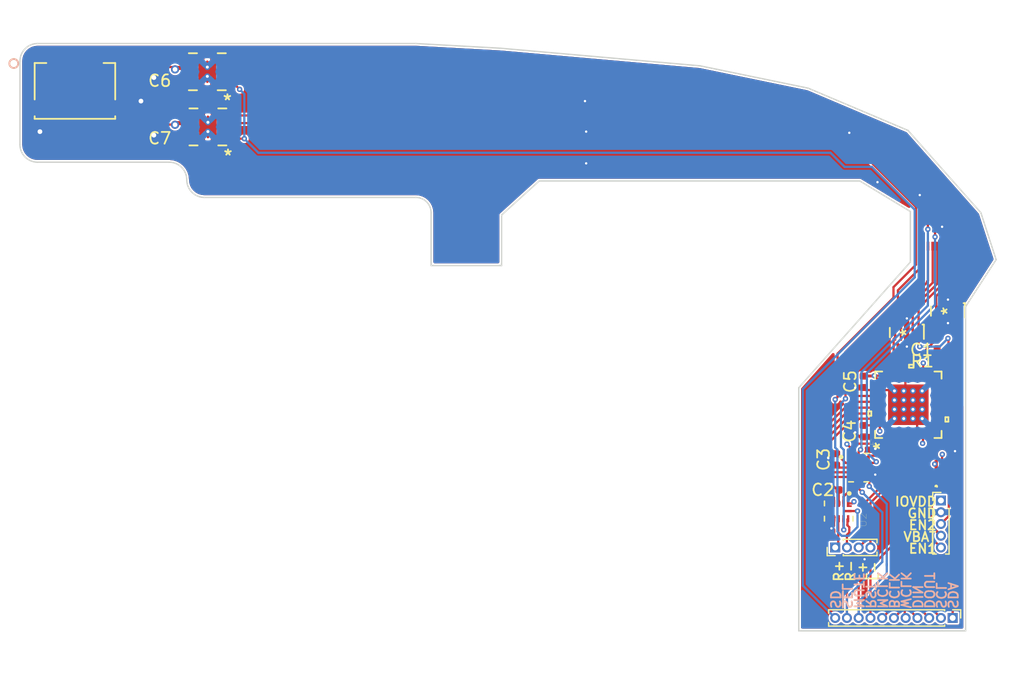
<source format=kicad_pcb>
(kicad_pcb (version 20171130) (host pcbnew "(5.1.6-0-10_14)")
  (layers (0 F.Cu signal) (1 In1.Cu power) (2 In2.Cu power) (31 B.Cu signal) (34 B.Paste user hide) (35 F.Paste user hide) (36 B.SilkS user hide) (37 F.SilkS user hide) (38 B.Mask user hide) (39 F.Mask user) (44 Edge.Cuts user))
  (net 0 "")
  (net 1 /sleeve)
  (net 2 "Net-(C1-Pad1)")
  (net 3 GND)
  (net 4 "Net-(C2-Pad1)")
  (net 5 "Net-(C3-Pad1)")
  (net 6 /ring1)
  (net 7 "Net-(J1-Pad7)")
  (net 8 /ring2_again)
  (net 9 /ring2)
  (net 10 /tip)
  (net 11 /intmic-)
  (net 12 /intmic+)
  (net 13 /spkr_amp_right/SPKR-)
  (net 14 /spkr_amp_right/SPKR+)
  (net 15 /spkr_amp_left/SPKR-)
  (net 16 /spkr_amp_left/SPKR+)
  (net 17 "Net-(R1-Pad2)")
  (net 18 /spkr_amp_right/LINEIN-)
  (net 19 /spkr_amp_right/LINEIN+)
  (net 20 /spkr_amp_left/LINEIN-)
  (net 21 /spkr_amp_left/LINEIN+)
  (net 22 "Net-(U1-Pad13)")
  (net 23 "Net-(U1-Pad12)")
  (net 24 "Net-(U3-Pad2)")
  (net 25 "Net-(U5-Pad2)")
  (net 26 /spkr_amp_left/SLO-)
  (net 27 /spkr_amp_left/SLO+)
  (net 28 /spkr_amp_right/SLO-)
  (net 29 /spkr_amp_right/SLO+)
  (net 30 /v1.8)
  (net 31 /v3.3)
  (net 32 /en2)
  (net 33 /vbat)
  (net 34 /en1)
  (net 35 /iovdd)
  (net 36 /mclk)
  (net 37 /bclk)
  (net 38 /wclk)
  (net 39 /din)
  (net 40 /dout)
  (net 41 /scl)
  (net 42 /sca)
  (net 43 /reset)
  (net 44 /LOL-)
  (net 45 /LOL+)
  (net 46 /LOR-)
  (net 47 /LOR+)
  (net 48 /mute)
  (net 49 /sel)
  (net 50 /~shutdown)
  (module footprints:TPD4E02B04DQAR (layer F.Cu) (at 163.3 82.9 270)
    (fp_text reference U8 hide)
    (fp_text value TPD4E02B04DQAR hide)
    (fp_text user * (at 0 0 90) (layer F.SilkS))
    (pad 10 smd rect (at 0.425 -1.000001) (size 0.2 0.549999) (layers F.Cu F.Paste F.Mask) (net 1 /sleeve))
    (pad 9 smd rect (at 0.425 -0.500002) (size 0.2 0.549999) (layers F.Cu F.Paste F.Mask) (net 8 /ring2_again))
    (pad 8 smd rect (at 0.425 -0.000003) (size 0.399999 0.549999) (layers F.Cu F.Paste F.Mask) (net 3 GND))
    (pad 7 smd rect (at 0.425 0.499999) (size 0.2 0.549999) (layers F.Cu F.Paste F.Mask) (net 7 "Net-(J1-Pad7)"))
    (pad 6 smd rect (at 0.425 0.999998) (size 0.2 0.549999) (layers F.Cu F.Paste F.Mask) (net 6 /ring1))
    (pad 5 smd rect (at -0.425 0.999998) (size 0.2 0.549999) (layers F.Cu F.Paste F.Mask) (net 6 /ring1))
    (pad 4 smd rect (at -0.425 0.499999) (size 0.2 0.549999) (layers F.Cu F.Paste F.Mask) (net 7 "Net-(J1-Pad7)"))
    (pad 3 smd rect (at -0.425 -0.000003) (size 0.399999 0.549999) (layers F.Cu F.Paste F.Mask) (net 3 GND))
    (pad 2 smd rect (at -0.425 -0.500002) (size 0.2 0.549999) (layers F.Cu F.Paste F.Mask) (net 8 /ring2_again))
    (pad 1 smd rect (at -0.425 -1.000001) (size 0.2 0.549999) (layers F.Cu F.Paste F.Mask) (net 1 /sleeve))
  )
  (module footprints:TPD4E02B04DQAR (layer F.Cu) (at 166.799997 81.075 270)
    (fp_text reference U7 hide)
    (fp_text value TPD4E02B04DQAR hide)
    (fp_text user * (at 0 0 90) (layer F.SilkS))
    (pad 10 smd rect (at 0.425 -1.000001) (size 0.2 0.549999) (layers F.Cu F.Paste F.Mask) (net 12 /intmic+))
    (pad 9 smd rect (at 0.425 -0.500002) (size 0.2 0.549999) (layers F.Cu F.Paste F.Mask) (net 11 /intmic-))
    (pad 8 smd rect (at 0.425 -0.000003) (size 0.399999 0.549999) (layers F.Cu F.Paste F.Mask) (net 3 GND))
    (pad 7 smd rect (at 0.425 0.499999) (size 0.2 0.549999) (layers F.Cu F.Paste F.Mask) (net 10 /tip))
    (pad 6 smd rect (at 0.425 0.999998) (size 0.2 0.549999) (layers F.Cu F.Paste F.Mask) (net 9 /ring2))
    (pad 5 smd rect (at -0.425 0.999998) (size 0.2 0.549999) (layers F.Cu F.Paste F.Mask) (net 9 /ring2))
    (pad 4 smd rect (at -0.425 0.499999) (size 0.2 0.549999) (layers F.Cu F.Paste F.Mask) (net 10 /tip))
    (pad 3 smd rect (at -0.425 -0.000003) (size 0.399999 0.549999) (layers F.Cu F.Paste F.Mask) (net 3 GND))
    (pad 2 smd rect (at -0.425 -0.500002) (size 0.2 0.549999) (layers F.Cu F.Paste F.Mask) (net 11 /intmic-))
    (pad 1 smd rect (at -0.425 -1.000001) (size 0.2 0.549999) (layers F.Cu F.Paste F.Mask) (net 12 /intmic+))
  )
  (module Connector_PinHeader_1.00mm:PinHeader_1x11_P1.00mm_Vertical (layer F.Cu) (at 167.2 107.2 270)
    (fp_text reference J4 hide)
    (fp_text value Conn_01x11)
    (pad 11 thru_hole oval (at 0 10 270) (size 0.85 0.85) (drill 0.5) (layers *.Cu *.Mask) (net 50 /~shutdown))
    (pad 10 thru_hole oval (at 0 9 270) (size 0.85 0.85) (drill 0.5) (layers *.Cu *.Mask) (net 49 /sel))
    (pad 9 thru_hole oval (at 0 8 270) (size 0.85 0.85) (drill 0.5) (layers *.Cu *.Mask) (net 48 /mute))
    (pad 8 thru_hole oval (at 0 7 270) (size 0.85 0.85) (drill 0.5) (layers *.Cu *.Mask) (net 43 /reset))
    (pad 7 thru_hole oval (at 0 6 270) (size 0.85 0.85) (drill 0.5) (layers *.Cu *.Mask) (net 36 /mclk))
    (pad 6 thru_hole oval (at 0 5 270) (size 0.85 0.85) (drill 0.5) (layers *.Cu *.Mask) (net 37 /bclk))
    (pad 5 thru_hole oval (at 0 4 270) (size 0.85 0.85) (drill 0.5) (layers *.Cu *.Mask) (net 38 /wclk))
    (pad 4 thru_hole oval (at 0 3 270) (size 0.85 0.85) (drill 0.5) (layers *.Cu *.Mask) (net 39 /din))
    (pad 3 thru_hole oval (at 0 2 270) (size 0.85 0.85) (drill 0.5) (layers *.Cu *.Mask) (net 40 /dout))
    (pad 2 thru_hole oval (at 0 1 270) (size 0.85 0.85) (drill 0.5) (layers *.Cu *.Mask) (net 41 /scl))
    (pad 1 thru_hole rect (at 0 0 270) (size 0.85 0.85) (drill 0.5) (layers *.Cu *.Mask) (net 42 /sca))
  )
  (module Connector_PinHeader_1.00mm:PinHeader_1x04_P1.00mm_Vertical (layer F.Cu) (at 157.2 101.2 90)
    (fp_text reference J5 hide)
    (fp_text value Conn_01x04)
    (pad 4 thru_hole oval (at 0 3 90) (size 0.85 0.85) (drill 0.5) (layers *.Cu *.Mask) (net 44 /LOL-))
    (pad 3 thru_hole oval (at 0 2 90) (size 0.85 0.85) (drill 0.5) (layers *.Cu *.Mask) (net 45 /LOL+))
    (pad 2 thru_hole oval (at 0 1 90) (size 0.85 0.85) (drill 0.5) (layers *.Cu *.Mask) (net 46 /LOR-))
    (pad 1 thru_hole rect (at 0 0 90) (size 0.85 0.85) (drill 0.5) (layers *.Cu *.Mask) (net 47 /LOR+))
  )
  (module Connector_PinHeader_1.00mm:PinHeader_1x05_P1.00mm_Vertical (layer F.Cu) (at 166.2 97.2)
    (fp_text reference J3 hide)
    (fp_text value Conn_01x05)
    (pad 5 thru_hole oval (at 0 4) (size 0.85 0.85) (drill 0.5) (layers *.Cu *.Mask) (net 34 /en1))
    (pad 4 thru_hole oval (at 0 3) (size 0.85 0.85) (drill 0.5) (layers *.Cu *.Mask) (net 33 /vbat))
    (pad 3 thru_hole oval (at 0 2) (size 0.85 0.85) (drill 0.5) (layers *.Cu *.Mask) (net 32 /en2))
    (pad 2 thru_hole oval (at 0 1) (size 0.85 0.85) (drill 0.5) (layers *.Cu *.Mask) (net 3 GND))
    (pad 1 thru_hole rect (at 0 0) (size 0.85 0.85) (drill 0.5) (layers *.Cu *.Mask) (net 35 /iovdd))
  )
  (module footprints:TPA2006D1DRBR (layer F.Cu) (at 103.8 65.4 180)
    (fp_text reference U3 hide)
    (fp_text value TPA2006D1DRBR hide)
    (fp_text user * (at -1.708799 -2.468) (layer F.SilkS))
    (fp_text user * (at -1.708799 -2.468) (layer F.SilkS))
    (fp_line (start -0.3168 0.875) (end -0.5468 0.875) (layer F.Cu) (width 0.1524))
    (fp_line (start -0.3168 1.575) (end -0.3168 0.875) (layer F.Cu) (width 0.1524))
    (fp_line (start -0.5468 1.575) (end -0.3168 1.575) (layer F.Cu) (width 0.1524))
    (fp_line (start -0.5468 0.875) (end -0.5468 1.575) (layer F.Cu) (width 0.1524))
    (fp_line (start 0.3168 0.875) (end 0.5468 0.875) (layer F.Cu) (width 0.1524))
    (fp_line (start 0.3168 1.575) (end 0.3168 0.875) (layer F.Cu) (width 0.1524))
    (fp_line (start 0.5468 1.575) (end 0.3168 1.575) (layer F.Cu) (width 0.1524))
    (fp_line (start 0.5468 0.875) (end 0.5468 1.575) (layer F.Cu) (width 0.1524))
    (fp_line (start 0.3168 -0.875) (end 0.5468 -0.875) (layer F.Cu) (width 0.1524))
    (fp_line (start 0.3168 -1.575) (end 0.3168 -0.875) (layer F.Cu) (width 0.1524))
    (fp_line (start 0.5468 -1.575) (end 0.3168 -1.575) (layer F.Cu) (width 0.1524))
    (fp_line (start 0.5468 -0.875) (end 0.5468 -1.575) (layer F.Cu) (width 0.1524))
    (fp_line (start -0.3168 -0.875) (end -0.5468 -0.875) (layer F.Cu) (width 0.1524))
    (fp_line (start -0.3168 -1.575) (end -0.3168 -0.875) (layer F.Cu) (width 0.1524))
    (fp_line (start -0.5468 -1.575) (end -0.3168 -1.575) (layer F.Cu) (width 0.1524))
    (fp_line (start -0.5468 -0.875) (end -0.5468 -1.575) (layer F.Cu) (width 0.1524))
    (fp_line (start 0 0.875) (end 0 0.875) (layer F.Cu) (width 0.1524))
    (fp_line (start 0 0.875) (end 0 0.875) (layer F.Cu) (width 0.1524))
    (fp_line (start 0 0.875) (end 0 0.875) (layer F.Cu) (width 0.1524))
    (fp_line (start 0 0.875) (end 0 0.875) (layer F.Cu) (width 0.1524))
    (fp_line (start 0 0.875) (end 0 0.875) (layer F.Cu) (width 0.1524))
    (fp_line (start 0 0.875) (end 0 0.875) (layer F.Cu) (width 0.1524))
    (fp_line (start 0 0.875) (end 0 0.875) (layer F.Cu) (width 0.1524))
    (fp_line (start 0 0.875) (end 0 0.875) (layer F.Cu) (width 0.1524))
    (fp_line (start 0 -0.875) (end 0 -0.875) (layer F.Cu) (width 0.1524))
    (fp_line (start 0 -0.875) (end 0 -0.875) (layer F.Cu) (width 0.1524))
    (fp_line (start 0 -0.875) (end 0 -0.875) (layer F.Cu) (width 0.1524))
    (fp_line (start 0 -0.875) (end 0 -0.875) (layer F.Cu) (width 0.1524))
    (fp_line (start 0 -0.875) (end 0 -0.875) (layer F.Cu) (width 0.1524))
    (fp_line (start 0 -0.875) (end 0 -0.875) (layer F.Cu) (width 0.1524))
    (fp_line (start 0 -0.875) (end 0 -0.875) (layer F.Cu) (width 0.1524))
    (fp_line (start 0 -0.875) (end 0 -0.875) (layer F.Cu) (width 0.1524))
    (pad 9 thru_hole circle (at 0 -0.3937 180) (size 0.508 0.508) (drill 0.254) (layers *.Cu *.Mask) (net 3 GND))
    (pad 9 thru_hole circle (at 0 0.3937 180) (size 0.508 0.508) (drill 0.254) (layers *.Cu *.Mask) (net 3 GND))
    (pad 9 smd rect (at 0 0 180) (size 1.5 1.75) (layers F.Cu F.Paste F.Mask) (net 3 GND))
    (pad 8 smd rect (at 1.475001 -0.974999 180) (size 0.85 0.35) (layers F.Cu F.Paste F.Mask) (net 16 /spkr_amp_left/SPKR+))
    (pad 7 smd rect (at 1.475001 -0.325001 180) (size 0.85 0.35) (layers F.Cu F.Paste F.Mask) (net 3 GND))
    (pad 6 smd rect (at 1.475001 0.325001 180) (size 0.85 0.35) (layers F.Cu F.Paste F.Mask) (net 33 /vbat))
    (pad 5 smd rect (at 1.475001 0.974999 180) (size 0.85 0.35) (layers F.Cu F.Paste F.Mask) (net 15 /spkr_amp_left/SPKR-))
    (pad 4 smd rect (at -1.475001 0.974999 180) (size 0.85 0.35) (layers F.Cu F.Paste F.Mask) (net 26 /spkr_amp_left/SLO-))
    (pad 3 smd rect (at -1.475001 0.325001 180) (size 0.85 0.35) (layers F.Cu F.Paste F.Mask) (net 27 /spkr_amp_left/SLO+))
    (pad 2 smd rect (at -1.475001 -0.325001 180) (size 0.85 0.35) (layers F.Cu F.Paste F.Mask) (net 24 "Net-(U3-Pad2)"))
    (pad 1 smd rect (at -1.475001 -0.974999 180) (size 0.85 0.35) (layers F.Cu F.Paste F.Mask) (net 50 /~shutdown))
  )
  (module footprints:TPA2006D1DRBR (layer F.Cu) (at 103.75 60.7 180)
    (fp_text reference U5 hide)
    (fp_text value TPA2006D1DRBR hide)
    (fp_text user * (at -1.708799 -2.468) (layer F.SilkS))
    (fp_text user * (at -1.708799 -2.468) (layer F.SilkS))
    (fp_line (start -0.3168 0.875) (end -0.5468 0.875) (layer F.Cu) (width 0.1524))
    (fp_line (start -0.3168 1.575) (end -0.3168 0.875) (layer F.Cu) (width 0.1524))
    (fp_line (start -0.5468 1.575) (end -0.3168 1.575) (layer F.Cu) (width 0.1524))
    (fp_line (start -0.5468 0.875) (end -0.5468 1.575) (layer F.Cu) (width 0.1524))
    (fp_line (start 0.3168 0.875) (end 0.5468 0.875) (layer F.Cu) (width 0.1524))
    (fp_line (start 0.3168 1.575) (end 0.3168 0.875) (layer F.Cu) (width 0.1524))
    (fp_line (start 0.5468 1.575) (end 0.3168 1.575) (layer F.Cu) (width 0.1524))
    (fp_line (start 0.5468 0.875) (end 0.5468 1.575) (layer F.Cu) (width 0.1524))
    (fp_line (start 0.3168 -0.875) (end 0.5468 -0.875) (layer F.Cu) (width 0.1524))
    (fp_line (start 0.3168 -1.575) (end 0.3168 -0.875) (layer F.Cu) (width 0.1524))
    (fp_line (start 0.5468 -1.575) (end 0.3168 -1.575) (layer F.Cu) (width 0.1524))
    (fp_line (start 0.5468 -0.875) (end 0.5468 -1.575) (layer F.Cu) (width 0.1524))
    (fp_line (start -0.3168 -0.875) (end -0.5468 -0.875) (layer F.Cu) (width 0.1524))
    (fp_line (start -0.3168 -1.575) (end -0.3168 -0.875) (layer F.Cu) (width 0.1524))
    (fp_line (start -0.5468 -1.575) (end -0.3168 -1.575) (layer F.Cu) (width 0.1524))
    (fp_line (start -0.5468 -0.875) (end -0.5468 -1.575) (layer F.Cu) (width 0.1524))
    (fp_line (start 0 0.875) (end 0 0.875) (layer F.Cu) (width 0.1524))
    (fp_line (start 0 0.875) (end 0 0.875) (layer F.Cu) (width 0.1524))
    (fp_line (start 0 0.875) (end 0 0.875) (layer F.Cu) (width 0.1524))
    (fp_line (start 0 0.875) (end 0 0.875) (layer F.Cu) (width 0.1524))
    (fp_line (start 0 0.875) (end 0 0.875) (layer F.Cu) (width 0.1524))
    (fp_line (start 0 0.875) (end 0 0.875) (layer F.Cu) (width 0.1524))
    (fp_line (start 0 0.875) (end 0 0.875) (layer F.Cu) (width 0.1524))
    (fp_line (start 0 0.875) (end 0 0.875) (layer F.Cu) (width 0.1524))
    (fp_line (start 0 -0.875) (end 0 -0.875) (layer F.Cu) (width 0.1524))
    (fp_line (start 0 -0.875) (end 0 -0.875) (layer F.Cu) (width 0.1524))
    (fp_line (start 0 -0.875) (end 0 -0.875) (layer F.Cu) (width 0.1524))
    (fp_line (start 0 -0.875) (end 0 -0.875) (layer F.Cu) (width 0.1524))
    (fp_line (start 0 -0.875) (end 0 -0.875) (layer F.Cu) (width 0.1524))
    (fp_line (start 0 -0.875) (end 0 -0.875) (layer F.Cu) (width 0.1524))
    (fp_line (start 0 -0.875) (end 0 -0.875) (layer F.Cu) (width 0.1524))
    (fp_line (start 0 -0.875) (end 0 -0.875) (layer F.Cu) (width 0.1524))
    (pad 9 thru_hole circle (at 0 -0.3937 180) (size 0.508 0.508) (drill 0.254) (layers *.Cu *.Mask) (net 3 GND))
    (pad 9 thru_hole circle (at 0 0.3937 180) (size 0.508 0.508) (drill 0.254) (layers *.Cu *.Mask) (net 3 GND))
    (pad 9 smd rect (at 0 0 180) (size 1.5 1.75) (layers F.Cu F.Paste F.Mask) (net 3 GND))
    (pad 8 smd rect (at 1.475001 -0.974999 180) (size 0.85 0.35) (layers F.Cu F.Paste F.Mask) (net 14 /spkr_amp_right/SPKR+))
    (pad 7 smd rect (at 1.475001 -0.325001 180) (size 0.85 0.35) (layers F.Cu F.Paste F.Mask) (net 3 GND))
    (pad 6 smd rect (at 1.475001 0.325001 180) (size 0.85 0.35) (layers F.Cu F.Paste F.Mask) (net 33 /vbat))
    (pad 5 smd rect (at 1.475001 0.974999 180) (size 0.85 0.35) (layers F.Cu F.Paste F.Mask) (net 13 /spkr_amp_right/SPKR-))
    (pad 4 smd rect (at -1.475001 0.974999 180) (size 0.85 0.35) (layers F.Cu F.Paste F.Mask) (net 28 /spkr_amp_right/SLO-))
    (pad 3 smd rect (at -1.475001 0.325001 180) (size 0.85 0.35) (layers F.Cu F.Paste F.Mask) (net 29 /spkr_amp_right/SLO+))
    (pad 2 smd rect (at -1.475001 -0.325001 180) (size 0.85 0.35) (layers F.Cu F.Paste F.Mask) (net 25 "Net-(U5-Pad2)"))
    (pad 1 smd rect (at -1.475001 -0.974999 180) (size 0.85 0.35) (layers F.Cu F.Paste F.Mask) (net 50 /~shutdown))
  )
  (module Capacitor_SMD:C_0402_1005Metric (layer F.Cu) (at 99.7 65.2 180)
    (fp_text reference C7 (at 0 -1.17) (layer F.SilkS))
    (fp_text value 1uF)
    (pad 2 smd roundrect (at 0.485 0 180) (size 0.59 0.64) (layers F.Cu F.Paste F.Mask) (net 3 GND))
    (pad 1 smd roundrect (at -0.485 0 180) (size 0.59 0.64) (layers F.Cu F.Paste F.Mask) (net 33 /vbat))
  )
  (module Capacitor_SMD:C_0402_1005Metric (layer F.Cu) (at 99.7 60.3 180)
    (fp_text reference C6 (at 0 -1.17) (layer F.SilkS))
    (fp_text value 1uF)
    (pad 2 smd roundrect (at 0.485 0 180) (size 0.59 0.64) (layers F.Cu F.Paste F.Mask) (net 3 GND))
    (pad 1 smd roundrect (at -0.485 0 180) (size 0.59 0.64) (layers F.Cu F.Paste F.Mask) (net 33 /vbat))
  )
  (module footprints:TLV7111830DSER (layer F.Cu) (at 166.3 94.7 90)
    (fp_text reference U6 hide)
    (fp_text value TLV7111830DSER hide)
    (pad 6 smd rect (at 0.575 -0.499999 90) (size 0.75 0.28) (layers F.Cu F.Paste F.Mask) (net 30 /v1.8))
    (pad 5 smd rect (at 0.575 0 90) (size 0.75 0.28) (layers F.Cu F.Paste F.Mask) (net 31 /v3.3))
    (pad 4 smd rect (at 0.575 0.499999 90) (size 0.75 0.28) (layers F.Cu F.Paste F.Mask) (net 3 GND))
    (pad 3 smd rect (at -0.575 0.499999 90) (size 0.75 0.28) (layers F.Cu F.Paste F.Mask) (net 32 /en2))
    (pad 2 smd rect (at -0.575 0 90) (size 0.75 0.28) (layers F.Cu F.Paste F.Mask) (net 33 /vbat))
    (pad 1 smd rect (at -0.524962 -0.499999 90) (size 0.850076 0.28) (layers F.Cu F.Paste F.Mask) (net 34 /en1))
  )
  (module Capacitor_SMD:C_0402_1005Metric (layer F.Cu) (at 159.6 87.1 270)
    (fp_text reference C5 (at -0.02 1.12 90) (layer F.SilkS))
    (fp_text value 1uF)
    (pad 2 smd roundrect (at 0.485 0 270) (size 0.59 0.64) (layers F.Cu F.Paste F.Mask) (net 3 GND))
    (pad 1 smd roundrect (at -0.485 0 270) (size 0.59 0.64) (layers F.Cu F.Paste F.Mask) (net 31 /v3.3))
  )
  (module Capacitor_SMD:C_0402_1005Metric (layer F.Cu) (at 159.6 91.3 90)
    (fp_text reference C4 (at 0 -1.17 90) (layer F.SilkS))
    (fp_text value 1uF)
    (pad 2 smd roundrect (at 0.485 0 90) (size 0.59 0.64) (layers F.Cu F.Paste F.Mask) (net 30 /v1.8))
    (pad 1 smd roundrect (at -0.485 0 90) (size 0.59 0.64) (layers F.Cu F.Paste F.Mask) (net 3 GND))
  )
  (module footprints:FSA2275 (layer F.Cu) (at 159.2 94.4)
    (fp_text reference U4 (at 0.762 -2.0574) (layer F.SilkS) (effects (font (size 0.64 0.64) (thickness 0.015))))
    (fp_text value FSA2275UMX)
    (fp_poly (pts (xy -0.95 -0.9) (xy -0.5 -0.9) (xy -0.5 -1.1) (xy -0.35 -1.1) (xy -0.35 -0.7) (xy -0.95 -0.7)) (layer F.Cu) (width 0.01))
    (pad 6 smd rect (at 0 0.8) (size 0.2 0.6) (layers F.Cu) (net 49 /sel))
    (pad 12 smd rect (at 0 -0.8) (size 0.2 0.6) (layers F.Cu) (net 29 /spkr_amp_right/SLO+))
    (pad 11 smd rect (at 0.65 -0.8) (size 0.6 0.2) (layers F.Cu) (net 44 /LOL-))
    (pad 10 smd rect (at 0.65 -0.4) (size 0.6 0.2) (layers F.Cu) (net 28 /spkr_amp_right/SLO-))
    (pad 7 smd rect (at 0.65 0.8) (size 0.6 0.2) (layers F.Cu) (net 48 /mute))
    (pad 8 smd rect (at 0.65 0.4) (size 0.6 0.2) (layers F.Cu) (net 3 GND))
    (pad 5 smd rect (at -0.65 0.8) (size 0.6 0.2) (layers F.Cu) (net 19 /spkr_amp_right/LINEIN+))
    (pad 4 smd rect (at -0.65 0.4) (size 0.6 0.2) (layers F.Cu) (net 18 /spkr_amp_right/LINEIN-))
    (pad 1 smd rect (at -0.65 -0.8) (size 0.6 0.2) (layers F.Cu) (net 33 /vbat))
    (pad 2 smd rect (at -0.65 -0.4) (size 0.6 0.2) (layers F.Cu) (net 5 "Net-(C3-Pad1)"))
    (pad 9 smd rect (at 0.65 0) (size 0.6 0.2) (layers F.Cu) (net 45 /LOL+))
    (pad 3 smd rect (at -0.65 0) (size 0.6 0.2) (layers F.Cu) (net 3 GND))
  )
  (module footprints:FSA2275 (layer F.Cu) (at 157.5 98.1 270)
    (fp_text reference U2 (at 0.762 -2.0574 90) (layer F.SilkS) (effects (font (size 0.64 0.64) (thickness 0.015))))
    (fp_text value FSA2275UMX)
    (fp_poly (pts (xy -0.95 -0.9) (xy -0.5 -0.9) (xy -0.5 -1.1) (xy -0.35 -1.1) (xy -0.35 -0.7) (xy -0.95 -0.7)) (layer F.Cu) (width 0.01))
    (pad 6 smd rect (at 0 0.8 270) (size 0.2 0.6) (layers F.Cu) (net 49 /sel))
    (pad 12 smd rect (at 0 -0.8 270) (size 0.2 0.6) (layers F.Cu) (net 27 /spkr_amp_left/SLO+))
    (pad 11 smd rect (at 0.65 -0.8 270) (size 0.6 0.2) (layers F.Cu) (net 46 /LOR-))
    (pad 10 smd rect (at 0.65 -0.4 270) (size 0.6 0.2) (layers F.Cu) (net 26 /spkr_amp_left/SLO-))
    (pad 7 smd rect (at 0.65 0.8 270) (size 0.6 0.2) (layers F.Cu) (net 48 /mute))
    (pad 8 smd rect (at 0.65 0.4 270) (size 0.6 0.2) (layers F.Cu) (net 3 GND))
    (pad 5 smd rect (at -0.65 0.8 270) (size 0.6 0.2) (layers F.Cu) (net 21 /spkr_amp_left/LINEIN+))
    (pad 4 smd rect (at -0.65 0.4 270) (size 0.6 0.2) (layers F.Cu) (net 20 /spkr_amp_left/LINEIN-))
    (pad 1 smd rect (at -0.65 -0.8 270) (size 0.6 0.2) (layers F.Cu) (net 33 /vbat))
    (pad 2 smd rect (at -0.65 -0.4 270) (size 0.6 0.2) (layers F.Cu) (net 4 "Net-(C2-Pad1)"))
    (pad 9 smd rect (at 0.65 0 270) (size 0.6 0.2) (layers F.Cu) (net 47 /LOR+))
    (pad 3 smd rect (at -0.65 0 270) (size 0.6 0.2) (layers F.Cu) (net 3 GND))
  )
  (module footprints:TLV320AIC3104IRHBT (layer F.Cu) (at 163.425 89.05 90)
    (fp_text reference U1 hide)
    (fp_text value TLV320AIC3104IRHBT hide)
    (fp_text user * (at -3.535 -2.381 90) (layer F.SilkS))
    (fp_text user * (at -3.535 -2.381 90) (layer F.SilkS))
    (pad 33 thru_hole circle (at 1.1811 -1.1811 90) (size 0.508 0.508) (drill 0.254) (layers *.Cu *.Mask) (net 3 GND))
    (pad 33 thru_hole circle (at 1.1811 -0.3937 90) (size 0.508 0.508) (drill 0.254) (layers *.Cu *.Mask) (net 3 GND))
    (pad 33 thru_hole circle (at 1.1811 0.3937 90) (size 0.508 0.508) (drill 0.254) (layers *.Cu *.Mask) (net 3 GND))
    (pad 33 thru_hole circle (at 1.1811 1.1811 90) (size 0.508 0.508) (drill 0.254) (layers *.Cu *.Mask) (net 3 GND))
    (pad 33 thru_hole circle (at 0.3937 -1.1811 90) (size 0.508 0.508) (drill 0.254) (layers *.Cu *.Mask) (net 3 GND))
    (pad 33 thru_hole circle (at 0.3937 -0.3937 90) (size 0.508 0.508) (drill 0.254) (layers *.Cu *.Mask) (net 3 GND))
    (pad 33 thru_hole circle (at 0.3937 0.3937 90) (size 0.508 0.508) (drill 0.254) (layers *.Cu *.Mask) (net 3 GND))
    (pad 33 thru_hole circle (at 0.3937 1.1811 90) (size 0.508 0.508) (drill 0.254) (layers *.Cu *.Mask) (net 3 GND))
    (pad 33 thru_hole circle (at -0.3937 -1.1811 90) (size 0.508 0.508) (drill 0.254) (layers *.Cu *.Mask) (net 3 GND))
    (pad 33 thru_hole circle (at -0.3937 -0.3937 90) (size 0.508 0.508) (drill 0.254) (layers *.Cu *.Mask) (net 3 GND))
    (pad 33 thru_hole circle (at -0.3937 0.3937 90) (size 0.508 0.508) (drill 0.254) (layers *.Cu *.Mask) (net 3 GND))
    (pad 33 thru_hole circle (at -0.3937 1.1811 90) (size 0.508 0.508) (drill 0.254) (layers *.Cu *.Mask) (net 3 GND))
    (pad 33 thru_hole circle (at -1.1811 -1.1811 90) (size 0.508 0.508) (drill 0.254) (layers *.Cu *.Mask) (net 3 GND))
    (pad 33 thru_hole circle (at -1.1811 -0.3937 90) (size 0.508 0.508) (drill 0.254) (layers *.Cu *.Mask) (net 3 GND))
    (pad 33 thru_hole circle (at -1.1811 0.3937 90) (size 0.508 0.508) (drill 0.254) (layers *.Cu *.Mask) (net 3 GND))
    (pad 33 thru_hole circle (at -1.1811 1.1811 90) (size 0.508 0.508) (drill 0.254) (layers *.Cu *.Mask) (net 3 GND))
    (pad 33 smd rect (at 0 0 90) (size 3.450001 3.450001) (layers F.Cu F.Paste F.Mask) (net 3 GND))
    (pad 32 smd rect (at -1.750441 -2.474999 90) (size 0.28 0.85) (layers F.Cu F.Paste F.Mask) (net 30 /v1.8))
    (pad 31 smd rect (at -1.250315 -2.474999 90) (size 0.28 0.85) (layers F.Cu F.Paste F.Mask) (net 43 /reset))
    (pad 30 smd rect (at -0.750189 -2.474999 90) (size 0.28 0.85) (layers F.Cu F.Paste F.Mask) (net 18 /spkr_amp_right/LINEIN-))
    (pad 29 smd rect (at -0.250063 -2.474999 90) (size 0.28 0.85) (layers F.Cu F.Paste F.Mask) (net 19 /spkr_amp_right/LINEIN+))
    (pad 28 smd rect (at 0.250063 -2.474999 90) (size 0.28 0.85) (layers F.Cu F.Paste F.Mask) (net 20 /spkr_amp_left/LINEIN-))
    (pad 27 smd rect (at 0.750189 -2.474999 90) (size 0.28 0.85) (layers F.Cu F.Paste F.Mask) (net 21 /spkr_amp_left/LINEIN+))
    (pad 26 smd rect (at 1.250315 -2.474999 90) (size 0.28 0.85) (layers F.Cu F.Paste F.Mask) (net 3 GND))
    (pad 25 smd rect (at 1.750441 -2.474999 90) (size 0.28 0.85) (layers F.Cu F.Paste F.Mask) (net 31 /v3.3))
    (pad 24 smd rect (at 2.474999 -1.749999 180) (size 0.28 0.85) (layers F.Cu F.Paste F.Mask) (net 31 /v3.3))
    (pad 23 smd rect (at 2.474999 -1.25 180) (size 0.28 0.85) (layers F.Cu F.Paste F.Mask) (net 6 /ring1))
    (pad 22 smd rect (at 2.474999 -0.750001 180) (size 0.28 0.85) (layers F.Cu F.Paste F.Mask) (net 8 /ring2_again))
    (pad 21 smd rect (at 2.474999 -0.25 180) (size 0.28 0.85) (layers F.Cu F.Paste F.Mask) (net 3 GND))
    (pad 20 smd rect (at 2.474999 0.25 180) (size 0.28 0.85) (layers F.Cu F.Paste F.Mask) (net 8 /ring2_again))
    (pad 19 smd rect (at 2.474999 0.750001 180) (size 0.28 0.85) (layers F.Cu F.Paste F.Mask) (net 10 /tip))
    (pad 18 smd rect (at 2.474999 1.25 180) (size 0.28 0.85) (layers F.Cu F.Paste F.Mask) (net 31 /v3.3))
    (pad 17 smd rect (at 2.474999 1.749999 180) (size 0.28 0.85) (layers F.Cu F.Paste F.Mask) (net 3 GND))
    (pad 16 smd rect (at 1.750441 2.474999 90) (size 0.28 0.85) (layers F.Cu F.Paste F.Mask) (net 2 "Net-(C1-Pad1)"))
    (pad 15 smd rect (at 1.250315 2.474999 90) (size 0.28 0.85) (layers F.Cu F.Paste F.Mask) (net 17 "Net-(R1-Pad2)"))
    (pad 14 smd rect (at 0.750189 2.474999 90) (size 0.28 0.85) (layers F.Cu F.Paste F.Mask) (net 1 /sleeve))
    (pad 13 smd rect (at 0.250063 2.474999 90) (size 0.28 0.85) (layers F.Cu F.Paste F.Mask) (net 22 "Net-(U1-Pad13)"))
    (pad 12 smd rect (at -0.250063 2.474999 90) (size 0.28 0.85) (layers F.Cu F.Paste F.Mask) (net 23 "Net-(U1-Pad12)"))
    (pad 11 smd rect (at -0.750189 2.474999 90) (size 0.28 0.85) (layers F.Cu F.Paste F.Mask) (net 11 /intmic-))
    (pad 10 smd rect (at -1.250315 2.474999 90) (size 0.28 0.85) (layers F.Cu F.Paste F.Mask) (net 12 /intmic+))
    (pad 9 smd rect (at -1.750441 2.474999 90) (size 0.28 0.85) (layers F.Cu F.Paste F.Mask) (net 42 /sca))
    (pad 8 smd rect (at -2.474999 1.749999 180) (size 0.28 0.85) (layers F.Cu F.Paste F.Mask) (net 41 /scl))
    (pad 7 smd rect (at -2.474999 1.25 180) (size 0.28 0.85) (layers F.Cu F.Paste F.Mask) (net 35 /iovdd))
    (pad 6 smd rect (at -2.474999 0.750001 180) (size 0.28 0.85) (layers F.Cu F.Paste F.Mask) (net 3 GND))
    (pad 5 smd rect (at -2.474999 0.25 180) (size 0.28 0.85) (layers F.Cu F.Paste F.Mask) (net 40 /dout))
    (pad 4 smd rect (at -2.474999 -0.25 180) (size 0.28 0.85) (layers F.Cu F.Paste F.Mask) (net 39 /din))
    (pad 3 smd rect (at -2.474999 -0.750001 180) (size 0.28 0.85) (layers F.Cu F.Paste F.Mask) (net 38 /wclk))
    (pad 2 smd rect (at -2.474999 -1.25 180) (size 0.28 0.85) (layers F.Cu F.Paste F.Mask) (net 37 /bclk))
    (pad 1 smd rect (at -2.474999 -1.749999 180) (size 0.28 0.85) (layers F.Cu F.Paste F.Mask) (net 36 /mclk))
  )
  (module Resistor_SMD:R_0402_1005Metric (layer F.Cu) (at 166.36 85.3 180)
    (fp_text reference R1 (at 1.74 -0.05) (layer F.SilkS))
    (fp_text value 2.2k)
    (pad 2 smd roundrect (at 0.485 0 180) (size 0.59 0.64) (layers F.Cu F.Paste F.Mask) (net 17 "Net-(R1-Pad2)"))
    (pad 1 smd roundrect (at -0.485 0 180) (size 0.59 0.64) (layers F.Cu F.Paste F.Mask) (net 1 /sleeve))
  )
  (module footprints:78171-0004 (layer F.Cu) (at 90.68 60)
    (fp_text reference J2 hide)
    (fp_text value Conn_01x06 hide)
    (pad 6 smd rect (at 4.749999 3.775001 90) (size 0.8128 0.7112) (layers F.Cu F.Paste F.Mask) (net 3 GND))
    (pad 5 smd rect (at -1.15 3.775001 90) (size 0.8128 0.7112) (layers F.Cu F.Paste F.Mask) (net 3 GND))
    (pad 4 smd rect (at 3.599999 0) (size 0.6096 0.8382) (layers F.Cu F.Paste F.Mask) (net 13 /spkr_amp_right/SPKR-))
    (pad 3 smd rect (at 2.399998 0) (size 0.6096 0.8382) (layers F.Cu F.Paste F.Mask) (net 14 /spkr_amp_right/SPKR+))
    (pad 2 smd rect (at 1.200001 0) (size 0.6096 0.8382) (layers F.Cu F.Paste F.Mask) (net 15 /spkr_amp_left/SPKR-))
    (pad 1 smd rect (at 0.000001 0) (size 0.6096 0.8382) (layers F.Cu F.Paste F.Mask) (net 16 /spkr_amp_left/SPKR+))
  )
  (module footprints:FF18-8A-R11AD-B-3H (layer F.Cu) (at 166.5 76.85 180)
    (fp_text reference J1 hide)
    (fp_text value Conn_01x08)
    (pad 8 smd rect (at 1.4 1.3 180) (size 0.23 0.75) (layers F.Cu F.Paste F.Mask) (net 6 /ring1))
    (pad 7 smd rect (at 1 1.3 180) (size 0.23 0.75) (layers F.Cu F.Paste F.Mask) (net 7 "Net-(J1-Pad7)"))
    (pad 6 smd rect (at 0.6 1.3 180) (size 0.23 0.75) (layers F.Cu F.Paste F.Mask) (net 8 /ring2_again))
    (pad 5 smd rect (at 0.2 1.3 180) (size 0.23 0.75) (layers F.Cu F.Paste F.Mask) (net 1 /sleeve))
    (pad 4 smd rect (at -0.2 1.3 180) (size 0.23 0.75) (layers F.Cu F.Paste F.Mask) (net 9 /ring2))
    (pad 3 smd rect (at -0.6 1.3 180) (size 0.23 0.75) (layers F.Cu F.Paste F.Mask) (net 10 /tip))
    (pad 2 smd rect (at -1 1.3 180) (size 0.23 0.75) (layers F.Cu F.Paste F.Mask) (net 11 /intmic-))
    (pad 1 smd rect (at -1.4 1.3 180) (size 0.23 0.75) (layers F.Cu F.Paste F.Mask) (net 12 /intmic+))
    (pad NC smd rect (at 1.85 -1.3 180) (size 0.25 0.75) (layers F.Cu F.Paste F.Mask))
    (pad NC smd rect (at -1.85 -1.3 180) (size 0.25 0.75) (layers F.Cu F.Paste F.Mask))
  )
  (module Capacitor_SMD:C_0402_1005Metric (layer F.Cu) (at 157.3 93.7 270)
    (fp_text reference C3 (at 0.01 1.09 90) (layer F.SilkS))
    (fp_text value 0.1uF)
    (pad 2 smd roundrect (at 0.485 0 270) (size 0.59 0.64) (layers F.Cu F.Paste F.Mask) (net 3 GND))
    (pad 1 smd roundrect (at -0.485 0 270) (size 0.59 0.64) (layers F.Cu F.Paste F.Mask) (net 5 "Net-(C3-Pad1)"))
  )
  (module Capacitor_SMD:C_0402_1005Metric (layer F.Cu) (at 158 96.3 180)
    (fp_text reference C2 (at 1.85 0) (layer F.SilkS))
    (fp_text value 0.1uF)
    (pad 2 smd roundrect (at 0.485 0 180) (size 0.59 0.64) (layers F.Cu F.Paste F.Mask) (net 3 GND))
    (pad 1 smd roundrect (at -0.485 0 180) (size 0.59 0.64) (layers F.Cu F.Paste F.Mask) (net 4 "Net-(C2-Pad1)"))
  )
  (module Capacitor_SMD:C_0402_1005Metric (layer F.Cu) (at 166.36 84.3)
    (fp_text reference C1 (at -1.81 0.075) (layer F.SilkS))
    (fp_text value C)
    (pad 2 smd roundrect (at 0.485 0) (size 0.59 0.64) (layers F.Cu F.Paste F.Mask) (net 1 /sleeve))
    (pad 1 smd roundrect (at -0.485 0) (size 0.59 0.64) (layers F.Cu F.Paste F.Mask) (net 2 "Net-(C1-Pad1)"))
  )
  (gr_text EN1 (at 165.9 101.3) (layer F.SilkS) (effects (font (size 0.8 0.8)) (justify right)))
  (gr_text VBAT (at 165.9 100.3) (layer F.SilkS) (effects (font (size 0.8 0.8)) (justify right)))
  (gr_text EN2 (at 165.9 99.3) (layer F.SilkS) (effects (font (size 0.8 0.8)) (justify right)))
  (gr_text GND (at 165.9 98.3) (layer F.SilkS) (effects (font (size 0.8 0.8)) (justify right)))
  (gr_text IOVDD (at 165.9 97.3) (layer F.SilkS) (effects (font (size 0.8 0.8)) (justify right)))
  (gr_text SCL (at 166.2 106.5 -90) (layer B.SilkS) (effects (font (size 0.8 0.8)) (justify left mirror)))
  (gr_text SDA (at 167.2 106.5 -90) (layer B.SilkS) (effects (font (size 0.8 0.8)) (justify left mirror)))
  (gr_text DOUT (at 165.2 106.5 -90) (layer B.SilkS) (effects (font (size 0.8 0.8)) (justify left mirror)))
  (gr_text DIN (at 164.2 106.5 -90) (layer B.SilkS) (effects (font (size 0.8 0.8)) (justify left mirror)))
  (gr_text WCLK (at 163.2 106.5 -90) (layer B.SilkS) (effects (font (size 0.8 0.8)) (justify left mirror)))
  (gr_text BCLK (at 162.2 106.5 -90) (layer B.SilkS) (effects (font (size 0.8 0.8)) (justify left mirror)))
  (gr_text MCLK (at 161.2 106.5 -90) (layer B.SilkS) (effects (font (size 0.8 0.8)) (justify left mirror)))
  (gr_text RST (at 160.2 106.5 -90) (layer B.SilkS) (effects (font (size 0.8 0.8)) (justify left mirror)))
  (gr_text MUTE (at 159.2 106.5 -90) (layer B.SilkS) (effects (font (size 0.8 0.8)) (justify left mirror)))
  (gr_text SEL (at 158.2 106.5 -90) (layer B.SilkS) (effects (font (size 0.8 0.8)) (justify left mirror)))
  (gr_text ~SD (at 157.2 106.5 -90) (layer B.SilkS) (effects (font (size 0.8 0.8)) (justify left mirror)))
  (gr_text L- (at 160.5 102.3 90) (layer F.SilkS) (effects (font (size 0.8 0.8)) (justify right)))
  (gr_text L+ (at 159.5 102.3 90) (layer F.SilkS) (effects (font (size 0.8 0.8)) (justify right)))
  (gr_text R- (at 158.5 102.2 90) (layer F.SilkS) (effects (font (size 0.8 0.8)) (justify right)))
  (gr_text R+ (at 157.5 102.2 90) (layer F.SilkS) (effects (font (size 0.8 0.8)) (justify right)))
  (gr_line (start 128.8 72.9) (end 128.8 77.2) (layer Edge.Cuts) (width 0.12))
  (gr_line (start 154.1 108.3) (end 154.1 106) (layer Edge.Cuts) (width 0.12))
  (gr_line (start 166.3 108.3) (end 154.1 108.3) (layer Edge.Cuts) (width 0.12))
  (gr_line (start 122.8 77.2) (end 128.8 77.2) (layer Edge.Cuts) (width 0.12))
  (gr_line (start 163.6 72.6) (end 163.6 76.9) (layer Edge.Cuts) (width 0.12))
  (gr_line (start 163.6 76.9) (end 154.1 87.6) (layer Edge.Cuts) (width 0.12))
  (gr_line (start 154.1 87.6) (end 154.1 106) (layer Edge.Cuts) (width 0.12))
  (gr_line (start 163.6 72.6) (end 159.3 70) (layer Edge.Cuts) (width 0.12))
  (gr_line (start 159.3 70) (end 132 70) (layer Edge.Cuts) (width 0.12))
  (gr_line (start 132 70) (end 128.8 72.9) (layer Edge.Cuts) (width 0.12))
  (gr_line (start 168.3 108.3) (end 166.3 108.3) (layer Edge.Cuts) (width 0.12))
  (gr_arc (start 89.3 59.8) (end 89.3 58.3) (angle -90) (layer Edge.Cuts) (width 0.12))
  (gr_arc (start 89.3 66.9) (end 89.3 68.4) (angle 90) (layer Edge.Cuts) (width 0.12))
  (gr_arc (start 100.5 69.9) (end 102 69.9) (angle -90) (layer Edge.Cuts) (width 0.12))
  (gr_arc (start 103.5 69.9) (end 103.5 71.4) (angle 90) (layer Edge.Cuts) (width 0.12))
  (gr_line (start 100.5 68.4) (end 89.3 68.4) (layer Edge.Cuts) (width 0.12))
  (gr_line (start 89.3 58.3) (end 121.5 58.3) (layer Edge.Cuts) (width 0.12))
  (gr_line (start 87.8 66.9) (end 87.8 59.8) (layer Edge.Cuts) (width 0.12))
  (gr_line (start 121.5 71.4) (end 103.5 71.4) (layer Edge.Cuts) (width 0.12))
  (gr_line (start 128.7 58.7) (end 121.5 58.3) (layer Edge.Cuts) (width 0.12))
  (gr_line (start 168.3 80.7) (end 168.3 108.3) (layer Edge.Cuts) (width 0.12))
  (gr_line (start 170.9 76.7) (end 168.3 80.7) (layer Edge.Cuts) (width 0.12))
  (gr_line (start 122.8 72.7) (end 122.8 77.2) (layer Edge.Cuts) (width 0.12))
  (gr_line (start 170.9 76.7) (end 169.6 72.7) (layer Edge.Cuts) (width 0.12))
  (gr_line (start 154.9 62.1) (end 163.4 65.7) (layer Edge.Cuts) (width 0.12))
  (gr_line (start 154.9 62.1) (end 145.7 60.2) (layer Edge.Cuts) (width 0.12))
  (gr_arc (start 121.5 72.7) (end 122.8 72.7) (angle -90) (layer Edge.Cuts) (width 0.12))
  (gr_line (start 169.6 72.7) (end 163.4 65.7) (layer Edge.Cuts) (width 0.12))
  (gr_line (start 145.7 60.2) (end 128.7 58.7) (layer Edge.Cuts) (width 0.12))
  (segment (start 166.91001 85.36501) (end 166.845 85.3) (width 0.19) (layer F.Cu) (net 1))
  (segment (start 166.91001 87.88552) (end 166.91001 85.36501) (width 0.19) (layer F.Cu) (net 1))
  (segment (start 166.495719 88.299811) (end 166.91001 87.88552) (width 0.19) (layer F.Cu) (net 1))
  (segment (start 165.899999 88.299811) (end 166.495719 88.299811) (width 0.19) (layer F.Cu) (net 1))
  (segment (start 166.845 85.3) (end 166.845 84.3) (width 0.19) (layer F.Cu) (net 1))
  (segment (start 164.300001 80.819151) (end 164.300001 83.325) (width 0.19) (layer F.Cu) (net 1))
  (segment (start 166.3 78.819152) (end 164.300001 80.819151) (width 0.19) (layer F.Cu) (net 1))
  (segment (start 166.3 75.55) (end 166.3 78.819152) (width 0.19) (layer F.Cu) (net 1))
  (segment (start 164.300001 84.000001) (end 164.4 84.1) (width 0.19) (layer F.Cu) (net 1))
  (via (at 164.4 84.1) (size 0.45) (drill 0.2) (layers F.Cu B.Cu) (net 1))
  (segment (start 164.300001 83.325) (end 164.300001 84.000001) (width 0.19) (layer F.Cu) (net 1))
  (via (at 166.8 83.4) (size 0.45) (drill 0.2) (layers F.Cu B.Cu) (net 1))
  (segment (start 164.4 84.1) (end 166.1 84.1) (width 0.19) (layer B.Cu) (net 1))
  (segment (start 166.1 84.1) (end 166.8 83.4) (width 0.19) (layer B.Cu) (net 1))
  (segment (start 166.845 84.3) (end 166.845 83.445) (width 0.19) (layer F.Cu) (net 1))
  (segment (start 166.845 83.445) (end 166.8 83.4) (width 0.19) (layer F.Cu) (net 1))
  (segment (start 165.33499 84.84001) (end 165.875 84.3) (width 0.19) (layer F.Cu) (net 2))
  (segment (start 165.33499 85.635084) (end 165.33499 84.84001) (width 0.19) (layer F.Cu) (net 2))
  (segment (start 165.899999 86.200093) (end 165.33499 85.635084) (width 0.19) (layer F.Cu) (net 2))
  (segment (start 165.899999 87.299559) (end 165.899999 86.200093) (width 0.19) (layer F.Cu) (net 2))
  (segment (start 159.814685 87.799685) (end 159.6 87.585) (width 0.19) (layer F.Cu) (net 3))
  (segment (start 160.950001 87.799685) (end 159.814685 87.799685) (width 0.19) (layer F.Cu) (net 3))
  (segment (start 164.175001 89.800001) (end 163.425 89.05) (width 0.19) (layer F.Cu) (net 3))
  (segment (start 164.175001 91.524999) (end 164.175001 89.800001) (width 0.19) (layer F.Cu) (net 3))
  (segment (start 165.174999 87.300001) (end 163.425 89.05) (width 0.19) (layer F.Cu) (net 3))
  (segment (start 165.174999 86.575001) (end 165.174999 87.300001) (width 0.19) (layer F.Cu) (net 3))
  (segment (start 163.175 88.8) (end 163.425 89.05) (width 0.19) (layer F.Cu) (net 3))
  (segment (start 163.175 86.575001) (end 163.175 88.8) (width 0.19) (layer F.Cu) (net 3))
  (segment (start 162.174685 87.799685) (end 163.425 89.05) (width 0.19) (layer F.Cu) (net 3))
  (segment (start 160.950001 87.799685) (end 162.174685 87.799685) (width 0.19) (layer F.Cu) (net 3))
  (segment (start 159.7 94.8) (end 159.653501 94.753501) (width 0.127) (layer F.Cu) (net 3))
  (segment (start 159.85 94.8) (end 159.7 94.8) (width 0.127) (layer F.Cu) (net 3))
  (segment (start 103.424999 61.025001) (end 103.75 60.7) (width 0.19) (layer F.Cu) (net 3))
  (segment (start 102.274999 61.025001) (end 103.424999 61.025001) (width 0.19) (layer F.Cu) (net 3))
  (segment (start 103.474999 65.725001) (end 103.8 65.4) (width 0.19) (layer F.Cu) (net 3))
  (segment (start 102.324999 65.725001) (end 103.474999 65.725001) (width 0.19) (layer F.Cu) (net 3))
  (via (at 98.1 63.2) (size 0.7) (drill 0.4) (layers F.Cu B.Cu) (net 3))
  (via (at 89.5 65.8) (size 0.7) (drill 0.4) (layers F.Cu B.Cu) (net 3))
  (via (at 99.2 66.1) (size 0.7) (drill 0.4) (layers F.Cu B.Cu) (net 3))
  (segment (start 101.435 66) (end 101 66) (width 0.19) (layer F.Cu) (net 3))
  (segment (start 101.709999 65.725001) (end 101.435 66) (width 0.19) (layer F.Cu) (net 3))
  (segment (start 102.324999 65.725001) (end 101.709999 65.725001) (width 0.19) (layer F.Cu) (net 3))
  (segment (start 101.861995 65.725001) (end 102.324999 65.725001) (width 0.19) (layer F.Cu) (net 3))
  (segment (start 101.486996 66.1) (end 101.861995 65.725001) (width 0.19) (layer F.Cu) (net 3))
  (segment (start 99.2 66.1) (end 101.486996 66.1) (width 0.19) (layer F.Cu) (net 3))
  (segment (start 101.414801 61.025001) (end 101.239802 61.2) (width 0.19) (layer F.Cu) (net 3))
  (segment (start 101.239802 61.2) (end 99.2 61.2) (width 0.19) (layer F.Cu) (net 3))
  (segment (start 102.274999 61.025001) (end 101.414801 61.025001) (width 0.19) (layer F.Cu) (net 3))
  (via (at 99.2 61.2) (size 0.7) (drill 0.4) (layers F.Cu B.Cu) (net 3))
  (segment (start 99.2 60.315) (end 99.215 60.3) (width 0.19) (layer F.Cu) (net 3))
  (via (at 166.3 73.9) (size 0.45) (drill 0.2) (layers F.Cu B.Cu) (net 3))
  (segment (start 159.6 87.585) (end 158.915021 87.585) (width 0.19) (layer F.Cu) (net 3))
  (via (at 158.900021 87.6) (size 0.45) (drill 0.2) (layers F.Cu B.Cu) (net 3))
  (segment (start 158.915021 87.585) (end 158.900021 87.6) (width 0.19) (layer F.Cu) (net 3))
  (via (at 167.4 93) (size 0.45) (drill 0.2) (layers F.Cu B.Cu) (net 3))
  (segment (start 157.5 96.315) (end 157.515 96.3) (width 0.19) (layer F.Cu) (net 3))
  (segment (start 157.5 97.45) (end 157.5 96.315) (width 0.19) (layer F.Cu) (net 3))
  (segment (start 157.515 94.4) (end 157.3 94.185) (width 0.19) (layer F.Cu) (net 3))
  (segment (start 158.55 94.4) (end 157.515 94.4) (width 0.19) (layer F.Cu) (net 3))
  (via (at 156.879999 95.8) (size 0.45) (drill 0.2) (layers F.Cu B.Cu) (net 3))
  (segment (start 157.379999 96.3) (end 156.879999 95.8) (width 0.19) (layer F.Cu) (net 3))
  (segment (start 157.515 96.3) (end 157.379999 96.3) (width 0.19) (layer F.Cu) (net 3))
  (segment (start 157.1 99.353663) (end 156.879999 99.573664) (width 0.19) (layer F.Cu) (net 3))
  (via (at 156.879999 99.573664) (size 0.45) (drill 0.2) (layers F.Cu B.Cu) (net 3))
  (segment (start 157.1 98.75) (end 157.1 99.353663) (width 0.19) (layer F.Cu) (net 3))
  (via (at 158.9 91.4) (size 0.45) (drill 0.2) (layers F.Cu B.Cu) (net 3))
  (segment (start 159.6 91.785) (end 159.285 91.785) (width 0.19) (layer F.Cu) (net 3))
  (segment (start 159.285 91.785) (end 158.9 91.4) (width 0.19) (layer F.Cu) (net 3))
  (via (at 160.6 92.8) (size 0.45) (drill 0.2) (layers F.Cu B.Cu) (net 3))
  (segment (start 157.3 94.185) (end 157.195013 94.185) (width 0.19) (layer F.Cu) (net 3))
  (via (at 156.610013 93.6) (size 0.45) (drill 0.2) (layers F.Cu B.Cu) (net 3))
  (segment (start 157.195013 94.185) (end 156.610013 93.6) (width 0.19) (layer F.Cu) (net 3))
  (via (at 164.4 71.2) (size 0.45) (drill 0.2) (layers F.Cu B.Cu) (net 3))
  (via (at 136 65.8) (size 0.45) (drill 0.2) (layers F.Cu B.Cu) (net 3))
  (via (at 135.9 63.2) (size 0.45) (drill 0.2) (layers F.Cu B.Cu) (net 3))
  (via (at 136 68.5) (size 0.45) (drill 0.2) (layers F.Cu B.Cu) (net 3))
  (via (at 158.4 65.9) (size 0.45) (drill 0.2) (layers F.Cu B.Cu) (net 3))
  (via (at 160.8 70.1) (size 0.45) (drill 0.2) (layers F.Cu B.Cu) (net 3))
  (segment (start 163.300003 82.475) (end 163.300003 83.325) (width 0.254) (layer F.Cu) (net 3))
  (via (at 163.3 81.7) (size 0.45) (drill 0.2) (layers F.Cu B.Cu) (net 3))
  (segment (start 163.300003 81.700003) (end 163.3 81.7) (width 0.254) (layer F.Cu) (net 3))
  (segment (start 163.300003 82.475) (end 163.300003 81.700003) (width 0.254) (layer F.Cu) (net 3))
  (segment (start 166.8 80.65) (end 166.8 81.5) (width 0.254) (layer F.Cu) (net 3))
  (via (at 166.8 80.099992) (size 0.45) (drill 0.2) (layers F.Cu B.Cu) (net 3))
  (segment (start 166.8 80.65) (end 166.8 80.099992) (width 0.254) (layer F.Cu) (net 3))
  (via (at 166.8 82.100006) (size 0.45) (drill 0.2) (layers F.Cu B.Cu) (net 3))
  (segment (start 166.8 81.5) (end 166.8 82.100006) (width 0.254) (layer F.Cu) (net 3))
  (via (at 163.300003 84.100001) (size 0.45) (drill 0.2) (layers F.Cu B.Cu) (net 3))
  (segment (start 163.300003 83.325) (end 163.300003 84.100001) (width 0.254) (layer F.Cu) (net 3))
  (segment (start 163.175 84.225004) (end 163.300003 84.100001) (width 0.19) (layer F.Cu) (net 3))
  (segment (start 159.85 94.8) (end 160.409896 94.8) (width 0.19) (layer F.Cu) (net 3))
  (via (at 160.609902 95.000006) (size 0.45) (drill 0.2) (layers F.Cu B.Cu) (net 3))
  (segment (start 160.409896 94.8) (end 160.609902 95.000006) (width 0.19) (layer F.Cu) (net 3))
  (via (at 159.7 102.2) (size 0.45) (drill 0.2) (layers F.Cu B.Cu) (net 3))
  (segment (start 161.759934 100.840066) (end 160.4 102.2) (width 0.19) (layer F.Cu) (net 3))
  (segment (start 160.918198 92.8) (end 161.759934 93.641736) (width 0.19) (layer F.Cu) (net 3))
  (segment (start 161.759934 93.641736) (end 161.759934 100.840066) (width 0.19) (layer F.Cu) (net 3))
  (segment (start 160.6 92.8) (end 160.918198 92.8) (width 0.19) (layer F.Cu) (net 3))
  (segment (start 160.4 102.2) (end 159.7 102.2) (width 0.19) (layer F.Cu) (net 3))
  (segment (start 157.9 96.885) (end 158.485 96.3) (width 0.19) (layer F.Cu) (net 4))
  (segment (start 157.9 97.45) (end 157.9 96.885) (width 0.19) (layer F.Cu) (net 4))
  (segment (start 158.085 94) (end 157.3 93.215) (width 0.19) (layer F.Cu) (net 5))
  (segment (start 158.55 94) (end 158.085 94) (width 0.19) (layer F.Cu) (net 5))
  (segment (start 162.300002 81.357454) (end 162.300002 83.325) (width 0.19) (layer F.Cu) (net 6))
  (segment (start 165.1 78.476608) (end 165.020001 78.556607) (width 0.19) (layer F.Cu) (net 6))
  (segment (start 165.020001 78.637455) (end 162.300002 81.357454) (width 0.19) (layer F.Cu) (net 6))
  (segment (start 165.1 75.55) (end 165.1 78.476608) (width 0.19) (layer F.Cu) (net 6))
  (segment (start 165.020001 78.556607) (end 165.020001 78.637455) (width 0.19) (layer F.Cu) (net 6))
  (segment (start 162.175 83.450002) (end 162.175 86.575001) (width 0.19) (layer F.Cu) (net 6))
  (segment (start 162.300002 83.325) (end 162.175 83.450002) (width 0.19) (layer F.Cu) (net 6))
  (segment (start 162.800001 81.357455) (end 162.800001 83.325) (width 0.19) (layer F.Cu) (net 7))
  (segment (start 165.5 75.55) (end 165.5 78.657456) (width 0.19) (layer F.Cu) (net 7))
  (segment (start 165.5 78.657456) (end 162.800001 81.357455) (width 0.19) (layer F.Cu) (net 7))
  (segment (start 163.800002 80.838302) (end 163.800002 83.325) (width 0.19) (layer F.Cu) (net 8))
  (segment (start 165.9 75.55) (end 165.9 78.738304) (width 0.19) (layer F.Cu) (net 8))
  (segment (start 165.9 78.738304) (end 163.800002 80.838302) (width 0.19) (layer F.Cu) (net 8))
  (segment (start 162.674999 85.960001) (end 163.435 85.2) (width 0.19) (layer F.Cu) (net 8))
  (segment (start 162.674999 86.575001) (end 162.674999 85.960001) (width 0.19) (layer F.Cu) (net 8))
  (segment (start 163.435 85.2) (end 163.7 85.2) (width 0.19) (layer F.Cu) (net 8))
  (segment (start 163.7 86) (end 163.675 86.025) (width 0.19) (layer F.Cu) (net 8))
  (segment (start 163.675 86.025) (end 163.675 86.575001) (width 0.19) (layer F.Cu) (net 8))
  (segment (start 163.7 85.2) (end 163.7 86) (width 0.19) (layer F.Cu) (net 8))
  (segment (start 163.800002 85.099998) (end 163.800002 83.325) (width 0.19) (layer F.Cu) (net 8))
  (segment (start 163.7 85.2) (end 163.800002 85.099998) (width 0.19) (layer F.Cu) (net 8))
  (segment (start 165.799999 80.65) (end 165.799999 81.5) (width 0.19) (layer F.Cu) (net 9))
  (segment (start 166.7 78.9) (end 165.799999 79.800001) (width 0.19) (layer F.Cu) (net 9))
  (segment (start 165.799999 79.800001) (end 165.799999 81.5) (width 0.19) (layer F.Cu) (net 9))
  (segment (start 166.7 75.55) (end 166.7 78.9) (width 0.19) (layer F.Cu) (net 9))
  (segment (start 166.299998 80.65) (end 166.299998 81.5) (width 0.19) (layer F.Cu) (net 10))
  (segment (start 166.299998 79.904392) (end 166.299998 81.5) (width 0.19) (layer F.Cu) (net 10))
  (segment (start 167.1 79.10439) (end 166.299998 79.904392) (width 0.19) (layer F.Cu) (net 10))
  (segment (start 167.1 75.55) (end 167.1 79.10439) (width 0.19) (layer F.Cu) (net 10))
  (segment (start 164.175001 85.124905) (end 164.175001 86.575001) (width 0.19) (layer F.Cu) (net 10))
  (segment (start 166.299998 82.999908) (end 164.175001 85.124905) (width 0.19) (layer F.Cu) (net 10))
  (segment (start 166.299998 81.5) (end 166.299998 82.999908) (width 0.19) (layer F.Cu) (net 10))
  (segment (start 167.299999 80.65) (end 167.299999 81.5) (width 0.19) (layer F.Cu) (net 11))
  (segment (start 167.299999 79.500001) (end 167.299999 81.5) (width 0.19) (layer F.Cu) (net 11))
  (segment (start 167.5 79.3) (end 167.299999 79.500001) (width 0.19) (layer F.Cu) (net 11))
  (segment (start 167.5 75.55) (end 167.5 79.3) (width 0.19) (layer F.Cu) (net 11))
  (segment (start 167.38501 88.821054) (end 166.405875 89.800189) (width 0.19) (layer F.Cu) (net 11))
  (segment (start 167.38501 82.05001) (end 167.38501 88.821054) (width 0.19) (layer F.Cu) (net 11))
  (segment (start 166.405875 89.800189) (end 165.899999 89.800189) (width 0.19) (layer F.Cu) (net 11))
  (segment (start 167.299999 81.964999) (end 167.38501 82.05001) (width 0.19) (layer F.Cu) (net 11))
  (segment (start 167.299999 81.5) (end 167.299999 81.964999) (width 0.19) (layer F.Cu) (net 11))
  (segment (start 167.9 80.549998) (end 167.799998 80.65) (width 0.19) (layer F.Cu) (net 12))
  (segment (start 167.9 75.55) (end 167.9 80.549998) (width 0.19) (layer F.Cu) (net 12))
  (segment (start 167.799998 80.65) (end 167.799998 81.5) (width 0.19) (layer F.Cu) (net 12))
  (segment (start 167.799998 88.886912) (end 167.799998 81.5) (width 0.19) (layer F.Cu) (net 12))
  (segment (start 166.386595 90.300315) (end 167.799998 88.886912) (width 0.19) (layer F.Cu) (net 12))
  (segment (start 165.899999 90.300315) (end 166.386595 90.300315) (width 0.19) (layer F.Cu) (net 12))
  (segment (start 102.274999 59.725001) (end 101.425001 59.725001) (width 0.254) (layer F.Cu) (net 13))
  (segment (start 101.425001 59.725001) (end 101.1 59.4) (width 0.254) (layer F.Cu) (net 13))
  (segment (start 94.879999 59.4) (end 94.279999 60) (width 0.5) (layer F.Cu) (net 13))
  (segment (start 101.1 59.4) (end 94.879999 59.4) (width 0.5) (layer F.Cu) (net 13))
  (segment (start 102.274999 61.674999) (end 101.325001 61.674999) (width 0.254) (layer F.Cu) (net 14))
  (segment (start 101.325001 61.674999) (end 101.1 61.9) (width 0.254) (layer F.Cu) (net 14))
  (segment (start 93.079998 60.9191) (end 93.079998 60) (width 0.5) (layer F.Cu) (net 14))
  (segment (start 100.9 62.1) (end 94.260898 62.1) (width 0.5) (layer F.Cu) (net 14))
  (segment (start 94.260898 62.1) (end 93.079998 60.9191) (width 0.5) (layer F.Cu) (net 14))
  (segment (start 101.1 61.9) (end 100.9 62.1) (width 0.5) (layer F.Cu) (net 14))
  (segment (start 96.1376 64.621402) (end 96.2256 64.533402) (width 0.5) (layer F.Cu) (net 15))
  (segment (start 96.2256 64.533402) (end 96.2256 64.425001) (width 0.5) (layer F.Cu) (net 15))
  (segment (start 94.722398 64.621402) (end 96.1376 64.621402) (width 0.5) (layer F.Cu) (net 15))
  (segment (start 101.582995 64.425001) (end 102.324999 64.425001) (width 0.5) (layer F.Cu) (net 15))
  (segment (start 94.634398 64.425001) (end 94.634398 64.533402) (width 0.5) (layer F.Cu) (net 15))
  (segment (start 94.525997 64.425001) (end 94.634398 64.425001) (width 0.5) (layer F.Cu) (net 15))
  (segment (start 91.880001 60) (end 91.880001 61.779005) (width 0.5) (layer F.Cu) (net 15))
  (segment (start 94.634398 64.533402) (end 94.722398 64.621402) (width 0.5) (layer F.Cu) (net 15))
  (segment (start 96.2256 64.425001) (end 101.582995 64.425001) (width 0.5) (layer F.Cu) (net 15))
  (segment (start 91.880001 61.779005) (end 94.525997 64.425001) (width 0.5) (layer F.Cu) (net 15))
  (segment (start 96.025175 66.9) (end 90.680001 61.554826) (width 0.5) (layer F.Cu) (net 16))
  (segment (start 101.799998 66.9) (end 96.025175 66.9) (width 0.5) (layer F.Cu) (net 16))
  (segment (start 90.680001 61.554826) (end 90.680001 60) (width 0.5) (layer F.Cu) (net 16))
  (segment (start 102.324999 66.374999) (end 101.799998 66.9) (width 0.5) (layer F.Cu) (net 16))
  (segment (start 166.57 87.744684) (end 166.514999 87.799685) (width 0.19) (layer F.Cu) (net 17))
  (segment (start 166.57 85.995) (end 166.57 87.744684) (width 0.19) (layer F.Cu) (net 17))
  (segment (start 166.514999 87.799685) (end 165.899999 87.799685) (width 0.19) (layer F.Cu) (net 17))
  (segment (start 165.875 85.3) (end 166.57 85.995) (width 0.19) (layer F.Cu) (net 17))
  (segment (start 156.100003 93.916667) (end 156.100003 92.845917) (width 0.19) (layer F.Cu) (net 18))
  (segment (start 156.983336 94.8) (end 156.100003 93.916667) (width 0.19) (layer F.Cu) (net 18))
  (segment (start 156.100003 92.845917) (end 159.145731 89.800189) (width 0.19) (layer F.Cu) (net 18))
  (segment (start 158.55 94.8) (end 156.983336 94.8) (width 0.19) (layer F.Cu) (net 18))
  (segment (start 159.145731 89.800189) (end 160.950001 89.800189) (width 0.19) (layer F.Cu) (net 18))
  (segment (start 158.55 95.2) (end 156.84592 95.2) (width 0.19) (layer F.Cu) (net 19))
  (segment (start 156.84592 95.2) (end 155.719992 94.074072) (width 0.19) (layer F.Cu) (net 19))
  (segment (start 155.719993 92.688511) (end 159.108441 89.300063) (width 0.19) (layer F.Cu) (net 19))
  (segment (start 159.108441 89.300063) (end 160.950001 89.300063) (width 0.19) (layer F.Cu) (net 19))
  (segment (start 155.719992 94.074072) (end 155.719993 92.688511) (width 0.19) (layer F.Cu) (net 19))
  (segment (start 160.950001 88.799937) (end 159.071151 88.799937) (width 0.19) (layer F.Cu) (net 20))
  (segment (start 157.1 96.96) (end 157.1 97.45) (width 0.19) (layer F.Cu) (net 20))
  (segment (start 159.071151 88.799937) (end 155.339981 92.531107) (width 0.19) (layer F.Cu) (net 20))
  (segment (start 155.339981 92.531107) (end 155.339981 95.199981) (width 0.19) (layer F.Cu) (net 20))
  (segment (start 155.339981 95.199981) (end 157.1 96.96) (width 0.19) (layer F.Cu) (net 20))
  (segment (start 156.7 97.45) (end 156.41 97.45) (width 0.19) (layer F.Cu) (net 21))
  (segment (start 154.95997 95.99997) (end 154.95997 92.373702) (width 0.19) (layer F.Cu) (net 21))
  (segment (start 154.95997 92.373702) (end 159.033861 88.299811) (width 0.19) (layer F.Cu) (net 21))
  (segment (start 159.033861 88.299811) (end 160.950001 88.299811) (width 0.19) (layer F.Cu) (net 21))
  (segment (start 156.41 97.45) (end 154.95997 95.99997) (width 0.19) (layer F.Cu) (net 21))
  (segment (start 164.59 76.2) (end 164.580011 76.190011) (width 0.19) (layer F.Cu) (net 26))
  (segment (start 159.052781 66.66503) (end 110.26503 66.66503) (width 0.19) (layer F.Cu) (net 26))
  (segment (start 108.025001 64.425001) (end 105.275001 64.425001) (width 0.19) (layer F.Cu) (net 26))
  (segment (start 110.26503 66.66503) (end 108.025001 64.425001) (width 0.19) (layer F.Cu) (net 26))
  (segment (start 164.580011 72.19226) (end 159.052781 66.66503) (width 0.19) (layer F.Cu) (net 26))
  (segment (start 164.580011 76.190011) (end 164.580011 72.19226) (width 0.19) (layer F.Cu) (net 26))
  (via (at 158.077388 88.53502) (size 0.45) (drill 0.2) (layers F.Cu B.Cu) (net 26))
  (segment (start 164.580011 77.268129) (end 162.541995 79.306145) (width 0.19) (layer F.Cu) (net 26))
  (segment (start 158.077388 84.560028) (end 158.077388 88.53502) (width 0.19) (layer F.Cu) (net 26))
  (segment (start 162.541995 79.306145) (end 162.541994 80.095422) (width 0.19) (layer F.Cu) (net 26))
  (segment (start 162.541994 80.095422) (end 158.077388 84.560028) (width 0.19) (layer F.Cu) (net 26))
  (segment (start 164.580011 76.190011) (end 164.580011 77.268129) (width 0.19) (layer F.Cu) (net 26))
  (segment (start 157.689999 88.922409) (end 157.689999 92.644801) (width 0.19) (layer B.Cu) (net 26))
  (via (at 157.92999 99.7) (size 0.45) (drill 0.2) (layers F.Cu B.Cu) (net 26))
  (segment (start 158.077388 88.53502) (end 157.689999 88.922409) (width 0.19) (layer B.Cu) (net 26))
  (segment (start 157.689999 92.644801) (end 157.92999 92.884792) (width 0.19) (layer B.Cu) (net 26))
  (segment (start 157.92999 92.884792) (end 157.92999 99.7) (width 0.19) (layer B.Cu) (net 26))
  (segment (start 157.9 99.67001) (end 157.92999 99.7) (width 0.19) (layer F.Cu) (net 26))
  (segment (start 157.9 98.75) (end 157.9 99.67001) (width 0.19) (layer F.Cu) (net 26))
  (via (at 159.1 98.1) (size 0.45) (drill 0.2) (layers F.Cu B.Cu) (net 27))
  (segment (start 159.1 98.1) (end 158.3 98.1) (width 0.19) (layer F.Cu) (net 27))
  (via (at 157.2 88.6) (size 0.45) (drill 0.2) (layers F.Cu B.Cu) (net 27))
  (segment (start 157.4 84.7) (end 157.4 88.4) (width 0.19) (layer F.Cu) (net 27))
  (segment (start 162.161984 79.938016) (end 157.4 84.7) (width 0.19) (layer F.Cu) (net 27))
  (segment (start 162.161984 79.039307) (end 162.161984 79.938016) (width 0.19) (layer F.Cu) (net 27))
  (segment (start 164.075016 77.126275) (end 162.161984 79.039307) (width 0.19) (layer F.Cu) (net 27))
  (segment (start 164.075016 72.224681) (end 164.075016 77.126275) (width 0.19) (layer F.Cu) (net 27))
  (segment (start 107.874999 65.074999) (end 109.845041 67.045041) (width 0.19) (layer F.Cu) (net 27))
  (segment (start 157.4 88.4) (end 157.2 88.6) (width 0.19) (layer F.Cu) (net 27))
  (segment (start 105.275001 65.074999) (end 107.874999 65.074999) (width 0.19) (layer F.Cu) (net 27))
  (segment (start 109.845041 67.045041) (end 158.895376 67.045041) (width 0.19) (layer F.Cu) (net 27))
  (segment (start 158.895376 67.045041) (end 164.075016 72.224681) (width 0.19) (layer F.Cu) (net 27))
  (segment (start 157.2 88.918198) (end 157.2 88.6) (width 0.19) (layer B.Cu) (net 27))
  (segment (start 157.389999 92.882217) (end 157.2 92.692218) (width 0.19) (layer B.Cu) (net 27))
  (segment (start 157.389999 99.844801) (end 157.389999 92.882217) (width 0.19) (layer B.Cu) (net 27))
  (segment (start 157.2 92.692218) (end 157.2 88.918198) (width 0.19) (layer B.Cu) (net 27))
  (segment (start 157.755199 100.210001) (end 157.389999 99.844801) (width 0.19) (layer B.Cu) (net 27))
  (segment (start 159.1 98.1) (end 159.1 99.454802) (width 0.19) (layer B.Cu) (net 27))
  (segment (start 158.344801 100.210001) (end 157.755199 100.210001) (width 0.19) (layer B.Cu) (net 27))
  (segment (start 159.1 99.454802) (end 158.344801 100.210001) (width 0.19) (layer B.Cu) (net 27))
  (via (at 165.7 74.759978) (size 0.45) (drill 0.2) (layers F.Cu B.Cu) (net 28))
  (segment (start 159.85 94) (end 160.600008 94) (width 0.19) (layer F.Cu) (net 28))
  (via (at 160.693719 93.906289) (size 0.45) (drill 0.2) (layers F.Cu B.Cu) (net 28))
  (segment (start 160.600008 94) (end 160.693719 93.906289) (width 0.19) (layer F.Cu) (net 28))
  (segment (start 110.83499 64.71999) (end 159.357406 64.71999) (width 0.19) (layer F.Cu) (net 28))
  (segment (start 105.225001 59.725001) (end 105.840001 59.725001) (width 0.19) (layer F.Cu) (net 28))
  (segment (start 105.840001 59.725001) (end 110.83499 64.71999) (width 0.19) (layer F.Cu) (net 28))
  (segment (start 165.7 71.062584) (end 165.7 74.44178) (width 0.19) (layer F.Cu) (net 28))
  (segment (start 159.357406 64.71999) (end 165.7 71.062584) (width 0.19) (layer F.Cu) (net 28))
  (segment (start 165.7 74.44178) (end 165.7 74.759978) (width 0.19) (layer F.Cu) (net 28))
  (segment (start 165.7 74.759978) (end 165.7 80.537416) (width 0.19) (layer B.Cu) (net 28))
  (segment (start 165.7 80.537416) (end 159.9 86.337416) (width 0.19) (layer B.Cu) (net 28))
  (segment (start 159.9 86.337416) (end 159.9 93.11257) (width 0.19) (layer B.Cu) (net 28))
  (segment (start 159.9 93.11257) (end 160.693719 93.906289) (width 0.19) (layer B.Cu) (net 28))
  (via (at 165.090013 74.109987) (size 0.45) (drill 0.2) (layers F.Cu B.Cu) (net 29))
  (segment (start 159.2 93.032867) (end 159.357847 92.87502) (width 0.19) (layer F.Cu) (net 29))
  (via (at 159.357847 92.87502) (size 0.45) (drill 0.2) (layers F.Cu B.Cu) (net 29))
  (segment (start 159.2 93.6) (end 159.2 93.032867) (width 0.19) (layer F.Cu) (net 29))
  (segment (start 165.090013 70.990013) (end 165.090013 74.109987) (width 0.19) (layer F.Cu) (net 29))
  (segment (start 110.565002 65.1) (end 159.2 65.1) (width 0.19) (layer F.Cu) (net 29))
  (segment (start 105.840001 60.374999) (end 110.565002 65.1) (width 0.19) (layer F.Cu) (net 29))
  (segment (start 159.2 65.1) (end 165.090013 70.990013) (width 0.19) (layer F.Cu) (net 29))
  (segment (start 105.225001 60.374999) (end 105.840001 60.374999) (width 0.19) (layer F.Cu) (net 29))
  (segment (start 159.434094 92.798773) (end 159.357847 92.87502) (width 0.19) (layer B.Cu) (net 29))
  (segment (start 159.434094 86.265906) (end 159.434094 92.798773) (width 0.19) (layer B.Cu) (net 29))
  (segment (start 165.090013 80.609987) (end 159.434094 86.265906) (width 0.19) (layer B.Cu) (net 29))
  (segment (start 165.090013 74.109987) (end 165.090013 80.609987) (width 0.19) (layer B.Cu) (net 29))
  (segment (start 159.614559 90.800441) (end 159.6 90.815) (width 0.19) (layer F.Cu) (net 30))
  (segment (start 160.950001 90.800441) (end 159.614559 90.800441) (width 0.19) (layer F.Cu) (net 30))
  (via (at 161 91.3) (size 0.45) (drill 0.2) (layers F.Cu B.Cu) (net 30))
  (segment (start 161 90.85044) (end 160.950001 90.800441) (width 0.19) (layer F.Cu) (net 30))
  (segment (start 161 91.3) (end 161 90.85044) (width 0.19) (layer F.Cu) (net 30))
  (segment (start 165.800001 94.125) (end 165.695091 94.125) (width 0.19) (layer F.Cu) (net 30))
  (via (at 165.670087 94.099996) (size 0.45) (drill 0.2) (layers F.Cu B.Cu) (net 30))
  (segment (start 165.695091 94.125) (end 165.670087 94.099996) (width 0.19) (layer F.Cu) (net 30))
  (segment (start 159.639999 86.575001) (end 159.6 86.615) (width 0.19) (layer F.Cu) (net 31))
  (segment (start 160.624999 86.575001) (end 159.639999 86.575001) (width 0.19) (layer F.Cu) (net 31))
  (segment (start 161.675001 86.575001) (end 160.624999 86.575001) (width 0.19) (layer F.Cu) (net 31))
  (segment (start 166.3 94.125) (end 166.3 93.310001) (width 0.19) (layer F.Cu) (net 31))
  (via (at 164.7 85.5) (size 0.45) (drill 0.2) (layers F.Cu B.Cu) (net 31))
  (segment (start 164.7 86.550001) (end 164.675 86.575001) (width 0.19) (layer F.Cu) (net 31))
  (segment (start 164.7 85.5) (end 164.7 86.550001) (width 0.19) (layer F.Cu) (net 31))
  (via (at 160.525001 86.575001) (size 0.45) (drill 0.2) (layers F.Cu B.Cu) (net 31))
  (segment (start 160.485002 86.615) (end 160.525001 86.575001) (width 0.254) (layer F.Cu) (net 31))
  (segment (start 159.6 86.615) (end 160.485002 86.615) (width 0.19) (layer F.Cu) (net 31))
  (segment (start 160.565 86.615) (end 159.6 86.615) (width 0.19) (layer F.Cu) (net 31))
  (segment (start 160.950001 87.000001) (end 160.565 86.615) (width 0.19) (layer F.Cu) (net 31))
  (segment (start 160.950001 87.299559) (end 160.950001 87.000001) (width 0.19) (layer F.Cu) (net 31))
  (via (at 166.318079 93.27192) (size 0.45) (drill 0.2) (layers F.Cu B.Cu) (net 31))
  (segment (start 166.3 93.310001) (end 166.318079 93.291922) (width 0.254) (layer F.Cu) (net 31))
  (segment (start 166.318079 93.291922) (end 166.318079 93.27192) (width 0.254) (layer F.Cu) (net 31))
  (segment (start 166.799999 95.275) (end 166.820011 95.295012) (width 0.19) (layer F.Cu) (net 32))
  (segment (start 166.870001 98.529999) (end 166.2 99.2) (width 0.19) (layer F.Cu) (net 32))
  (segment (start 166.870001 95.345002) (end 166.870001 98.529999) (width 0.19) (layer F.Cu) (net 32))
  (segment (start 166.799999 95.275) (end 166.870001 95.345002) (width 0.19) (layer F.Cu) (net 32))
  (segment (start 101.140002 65.074999) (end 101 65.215001) (width 0.35) (layer F.Cu) (net 33))
  (segment (start 102.324999 65.074999) (end 101.140002 65.074999) (width 0.35) (layer F.Cu) (net 33))
  (segment (start 101.125001 60.374999) (end 101 60.5) (width 0.35) (layer F.Cu) (net 33))
  (segment (start 102.274999 60.374999) (end 101.125001 60.374999) (width 0.35) (layer F.Cu) (net 33))
  (segment (start 100.8 60.3) (end 101 60.5) (width 0.19) (layer F.Cu) (net 33))
  (segment (start 100.185 60.3) (end 100.8 60.3) (width 0.19) (layer F.Cu) (net 33))
  (segment (start 100.984999 65.2) (end 101 65.215001) (width 0.19) (layer F.Cu) (net 33))
  (segment (start 100.185 65.2) (end 100.984999 65.2) (width 0.19) (layer F.Cu) (net 33))
  (via (at 101 60.5) (size 0.7) (drill 0.4) (layers F.Cu B.Cu) (net 33))
  (via (at 101 65.215001) (size 0.7) (drill 0.4) (layers F.Cu B.Cu) (net 33))
  (segment (start 158.65 97.45) (end 158.8 97.3) (width 0.19) (layer F.Cu) (net 33))
  (via (at 158.8 97.3) (size 0.45) (drill 0.2) (layers F.Cu B.Cu) (net 33))
  (segment (start 158.3 97.45) (end 158.65 97.45) (width 0.19) (layer F.Cu) (net 33))
  (segment (start 158.340443 92.540443) (end 158.2 92.4) (width 0.19) (layer F.Cu) (net 33))
  (via (at 158.2 92.4) (size 0.45) (drill 0.2) (layers F.Cu B.Cu) (net 33))
  (segment (start 158.55 92.75) (end 158.2 92.4) (width 0.19) (layer F.Cu) (net 33))
  (segment (start 158.55 93.6) (end 158.55 92.75) (width 0.19) (layer F.Cu) (net 33))
  (segment (start 165.4 99.4) (end 166.2 100.2) (width 0.254) (layer F.Cu) (net 33))
  (segment (start 165.4 96.74) (end 165.4 99.4) (width 0.254) (layer F.Cu) (net 33))
  (segment (start 166.3 95.84) (end 165.4 96.74) (width 0.254) (layer F.Cu) (net 33))
  (segment (start 166.3 95.275) (end 166.3 95.84) (width 0.254) (layer F.Cu) (net 33))
  (segment (start 165.027989 100.027989) (end 166.2 101.2) (width 0.19) (layer F.Cu) (net 34))
  (segment (start 165.027989 96.585908) (end 165.027989 100.027989) (width 0.19) (layer F.Cu) (net 34))
  (segment (start 165.800001 95.813896) (end 165.027989 96.585908) (width 0.19) (layer F.Cu) (net 34))
  (segment (start 165.800001 95.224962) (end 165.800001 95.813896) (width 0.19) (layer F.Cu) (net 34))
  (via (at 164.639368 92.339368) (size 0.45) (drill 0.2) (layers F.Cu B.Cu) (net 35))
  (segment (start 164.675 92.303736) (end 164.639368 92.339368) (width 0.19) (layer F.Cu) (net 35))
  (segment (start 164.675 91.524999) (end 164.675 92.303736) (width 0.19) (layer F.Cu) (net 35))
  (segment (start 161.675001 92.537585) (end 161.675001 91.524999) (width 0.19) (layer F.Cu) (net 36))
  (segment (start 162.439956 93.30254) (end 161.675001 92.537585) (width 0.19) (layer F.Cu) (net 36))
  (segment (start 162.439956 105.960044) (end 162.439956 93.30254) (width 0.19) (layer F.Cu) (net 36))
  (segment (start 161.2 107.2) (end 162.439956 105.960044) (width 0.19) (layer F.Cu) (net 36))
  (segment (start 162.779967 106.620033) (end 162.2 107.2) (width 0.19) (layer F.Cu) (net 37))
  (segment (start 162.175 91.524999) (end 162.175 92.500168) (width 0.19) (layer F.Cu) (net 37))
  (segment (start 162.175 92.500168) (end 162.779967 93.105135) (width 0.19) (layer F.Cu) (net 37))
  (segment (start 162.779967 93.105135) (end 162.779967 106.620033) (width 0.19) (layer F.Cu) (net 37))
  (segment (start 163.119978 92.90773) (end 162.674999 92.462751) (width 0.19) (layer F.Cu) (net 38))
  (segment (start 163.2 107.2) (end 163.119978 107.119978) (width 0.19) (layer F.Cu) (net 38))
  (segment (start 163.119978 107.119978) (end 163.119978 92.90773) (width 0.19) (layer F.Cu) (net 38))
  (segment (start 162.674999 92.462751) (end 162.674999 91.524999) (width 0.19) (layer F.Cu) (net 38))
  (segment (start 163.459989 92.710325) (end 163.459989 106.459989) (width 0.19) (layer F.Cu) (net 39))
  (segment (start 163.459989 106.459989) (end 164.2 107.2) (width 0.19) (layer F.Cu) (net 39))
  (segment (start 163.175 91.524999) (end 163.175 92.425336) (width 0.19) (layer F.Cu) (net 39))
  (segment (start 163.175 92.425336) (end 163.459989 92.710325) (width 0.19) (layer F.Cu) (net 39))
  (segment (start 165.2 107.2) (end 163.8 105.8) (width 0.19) (layer F.Cu) (net 40))
  (segment (start 163.8 105.8) (end 163.8 92.264999) (width 0.19) (layer F.Cu) (net 40))
  (segment (start 163.8 92.264999) (end 163.675 92.139999) (width 0.19) (layer F.Cu) (net 40))
  (segment (start 163.675 92.139999) (end 163.675 91.524999) (width 0.19) (layer F.Cu) (net 40))
  (segment (start 165.174999 91.524999) (end 165.174999 92.689347) (width 0.19) (layer F.Cu) (net 41))
  (segment (start 164.347967 93.516379) (end 164.347967 105.347967) (width 0.19) (layer F.Cu) (net 41))
  (segment (start 165.174999 92.689347) (end 164.347967 93.516379) (width 0.19) (layer F.Cu) (net 41))
  (segment (start 164.347967 105.347967) (end 165.775001 106.775001) (width 0.19) (layer F.Cu) (net 41))
  (segment (start 165.775001 106.775001) (end 166.2 107.2) (width 0.19) (layer F.Cu) (net 41))
  (segment (start 167.2 106.585) (end 167.2 107.2) (width 0.19) (layer F.Cu) (net 42))
  (segment (start 164.687978 104.072978) (end 167.2 106.585) (width 0.19) (layer F.Cu) (net 42))
  (segment (start 165.899999 92.445195) (end 164.687978 93.657216) (width 0.19) (layer F.Cu) (net 42))
  (segment (start 165.899999 90.800441) (end 165.899999 92.445195) (width 0.19) (layer F.Cu) (net 42))
  (segment (start 164.687978 93.657216) (end 164.687978 104.072978) (width 0.19) (layer F.Cu) (net 42))
  (segment (start 162.099945 101.000055) (end 160.2 102.9) (width 0.19) (layer F.Cu) (net 43))
  (segment (start 159.13021 92.36501) (end 160.280188 92.36501) (width 0.19) (layer F.Cu) (net 43))
  (segment (start 160.2 102.9) (end 160.2 107.2) (width 0.19) (layer F.Cu) (net 43))
  (segment (start 160.884676 90.23499) (end 159.248346 90.23499) (width 0.19) (layer F.Cu) (net 43))
  (segment (start 158.389999 91.624799) (end 159.13021 92.36501) (width 0.19) (layer F.Cu) (net 43))
  (segment (start 158.389999 91.093337) (end 158.389999 91.624799) (width 0.19) (layer F.Cu) (net 43))
  (segment (start 160.950001 90.300315) (end 160.884676 90.23499) (width 0.19) (layer F.Cu) (net 43))
  (segment (start 160.355199 92.289999) (end 160.889999 92.289999) (width 0.19) (layer F.Cu) (net 43))
  (segment (start 162.099945 93.499945) (end 162.099945 101.000055) (width 0.19) (layer F.Cu) (net 43))
  (segment (start 160.280188 92.36501) (end 160.355199 92.289999) (width 0.19) (layer F.Cu) (net 43))
  (segment (start 159.248346 90.23499) (end 158.389999 91.093337) (width 0.19) (layer F.Cu) (net 43))
  (segment (start 160.889999 92.289999) (end 162.099945 93.499945) (width 0.19) (layer F.Cu) (net 43))
  (segment (start 160.2 97.4) (end 160.2 101.2) (width 0.19) (layer F.Cu) (net 44))
  (segment (start 159.85 93.6) (end 160.060002 93.389998) (width 0.19) (layer F.Cu) (net 44))
  (segment (start 160.898692 93.389998) (end 161.419923 93.911229) (width 0.19) (layer F.Cu) (net 44))
  (segment (start 160.060002 93.389998) (end 160.898692 93.389998) (width 0.19) (layer F.Cu) (net 44))
  (segment (start 161.419923 96.180077) (end 160.2 97.4) (width 0.19) (layer F.Cu) (net 44))
  (segment (start 161.419923 93.911229) (end 161.419923 96.180077) (width 0.19) (layer F.Cu) (net 44))
  (segment (start 159.624999 97.494153) (end 159.624999 100.775001) (width 0.19) (layer F.Cu) (net 45))
  (segment (start 161.079912 96.03924) (end 159.624999 97.494153) (width 0.19) (layer F.Cu) (net 45))
  (segment (start 159.85 94.4) (end 160.854796 94.4) (width 0.19) (layer F.Cu) (net 45))
  (segment (start 161.079912 94.625116) (end 161.079912 96.03924) (width 0.19) (layer F.Cu) (net 45))
  (segment (start 160.854796 94.4) (end 161.079912 94.625116) (width 0.19) (layer F.Cu) (net 45))
  (segment (start 159.624999 100.775001) (end 159.2 101.2) (width 0.19) (layer F.Cu) (net 45))
  (segment (start 158.5 101.4) (end 158.509997 101.390003) (width 0.19) (layer F.Cu) (net 46))
  (segment (start 158.399991 99.474399) (end 158.24001 99.314418) (width 0.19) (layer F.Cu) (net 46))
  (segment (start 158.399991 99.925601) (end 158.399991 99.474399) (width 0.19) (layer F.Cu) (net 46))
  (segment (start 158.2 101.2) (end 158.2 100.125592) (width 0.19) (layer F.Cu) (net 46))
  (segment (start 158.245001 99.246001) (end 158.245001 98.804999) (width 0.19) (layer F.Cu) (net 46))
  (segment (start 158.24001 99.250992) (end 158.245001 99.246001) (width 0.19) (layer F.Cu) (net 46))
  (segment (start 158.245001 98.804999) (end 158.3 98.75) (width 0.19) (layer F.Cu) (net 46))
  (segment (start 158.24001 99.314418) (end 158.24001 99.250992) (width 0.19) (layer F.Cu) (net 46))
  (segment (start 158.2 100.125592) (end 158.399991 99.925601) (width 0.19) (layer F.Cu) (net 46))
  (segment (start 157.2 101.2) (end 157.459989 100.940011) (width 0.19) (layer F.Cu) (net 47))
  (segment (start 157.459989 98.790011) (end 157.5 98.75) (width 0.19) (layer F.Cu) (net 47))
  (segment (start 157.459989 100.940011) (end 157.459989 98.790011) (width 0.19) (layer F.Cu) (net 47))
  (segment (start 156.369998 99.080002) (end 156.7 98.75) (width 0.19) (layer F.Cu) (net 48))
  (segment (start 156.369998 101.633) (end 156.369998 99.080002) (width 0.19) (layer F.Cu) (net 48))
  (via (at 160.1 96) (size 0.45) (drill 0.2) (layers F.Cu B.Cu) (net 48))
  (segment (start 160.1 95.45) (end 159.85 95.2) (width 0.19) (layer F.Cu) (net 48))
  (segment (start 160.1 96) (end 160.1 95.45) (width 0.19) (layer F.Cu) (net 48))
  (segment (start 159.2 104.463002) (end 159.2 107.2) (width 0.19) (layer F.Cu) (net 48))
  (segment (start 156.369998 101.633) (end 159.2 104.463002) (width 0.19) (layer F.Cu) (net 48))
  (segment (start 161.590011 102.746364) (end 161.590011 102.609989) (width 0.19) (layer B.Cu) (net 48))
  (segment (start 159.2 105.8) (end 161.590011 103.409989) (width 0.19) (layer B.Cu) (net 48))
  (segment (start 161.590011 102.609989) (end 161.590011 97.490011) (width 0.19) (layer B.Cu) (net 48))
  (segment (start 159.2 107.2) (end 159.2 105.8) (width 0.19) (layer B.Cu) (net 48))
  (segment (start 161.590011 97.490011) (end 160.1 96) (width 0.19) (layer B.Cu) (net 48))
  (segment (start 161.590011 103.409989) (end 161.590011 102.609989) (width 0.19) (layer B.Cu) (net 48))
  (segment (start 156.436998 98.1) (end 155.989988 98.54701) (width 0.19) (layer F.Cu) (net 49))
  (segment (start 156.7 98.1) (end 156.436998 98.1) (width 0.19) (layer F.Cu) (net 49))
  (via (at 159.5 96.5) (size 0.45) (drill 0.2) (layers F.Cu B.Cu) (net 49))
  (segment (start 159.2 96.2) (end 159.5 96.5) (width 0.19) (layer F.Cu) (net 49))
  (segment (start 159.2 95.2) (end 159.2 96.2) (width 0.19) (layer F.Cu) (net 49))
  (segment (start 158.2 104.000417) (end 158.2 107.2) (width 0.19) (layer F.Cu) (net 49))
  (segment (start 155.989988 101.790405) (end 158.2 104.000417) (width 0.19) (layer F.Cu) (net 49))
  (segment (start 155.989988 98.54701) (end 155.989988 101.790405) (width 0.19) (layer F.Cu) (net 49))
  (segment (start 158.2 105.439703) (end 158.2 107.2) (width 0.19) (layer B.Cu) (net 49))
  (segment (start 161.210001 102.429702) (end 158.2 105.439703) (width 0.19) (layer B.Cu) (net 49))
  (segment (start 161.210001 98.210001) (end 161.210001 102.429702) (width 0.19) (layer B.Cu) (net 49))
  (segment (start 159.5 96.5) (end 161.210001 98.210001) (width 0.19) (layer B.Cu) (net 49))
  (via (at 106.9 66.4) (size 0.45) (drill 0.2) (layers F.Cu B.Cu) (net 50))
  (segment (start 105.300002 66.4) (end 105.275001 66.374999) (width 0.19) (layer F.Cu) (net 50))
  (segment (start 106.9 66.4) (end 105.300002 66.4) (width 0.19) (layer F.Cu) (net 50))
  (via (at 106.5 62.2) (size 0.45) (drill 0.2) (layers F.Cu B.Cu) (net 50))
  (segment (start 105.974999 61.674999) (end 106.5 62.2) (width 0.19) (layer F.Cu) (net 50))
  (segment (start 105.225001 61.674999) (end 105.974999 61.674999) (width 0.19) (layer F.Cu) (net 50))
  (segment (start 106.9 62.6) (end 106.9 66.4) (width 0.19) (layer B.Cu) (net 50))
  (segment (start 106.5 62.2) (end 106.9 62.6) (width 0.19) (layer B.Cu) (net 50))
  (segment (start 108.1 67.6) (end 106.9 66.4) (width 0.19) (layer B.Cu) (net 50))
  (segment (start 156.8 67.6) (end 108.1 67.6) (width 0.19) (layer B.Cu) (net 50))
  (segment (start 158 68.8) (end 156.8 67.6) (width 0.19) (layer B.Cu) (net 50))
  (segment (start 160.322098 68.8) (end 158 68.8) (width 0.19) (layer B.Cu) (net 50))
  (segment (start 154.44501 104.44501) (end 154.44501 87.731056) (width 0.19) (layer B.Cu) (net 50))
  (segment (start 154.44501 87.731056) (end 163.969178 78.206888) (width 0.19) (layer B.Cu) (net 50))
  (segment (start 163.969178 72.44708) (end 160.322098 68.8) (width 0.19) (layer B.Cu) (net 50))
  (segment (start 163.969178 78.206888) (end 163.969178 72.44708) (width 0.19) (layer B.Cu) (net 50))
  (segment (start 157.2 107.2) (end 154.44501 104.44501) (width 0.19) (layer B.Cu) (net 50))
  (zone (net 3) (net_name GND) (layer F.Cu) (connect_pads (clearance 0.127)) (min_thickness 0.254) (fill yes (arc_segments 32) (thermal_gap 0.508) (thermal_bridge_width 0.508))
    (polygon (pts (xy 173.275 76.6) (xy 169 80.875) (xy 169.1 108.7) (xy 153.9 108.7) (xy 153.8 85.825) (xy 162.75 76.875) (xy 157.2125 77.8) (xy 103.3875 77.8) (xy 86.1 72.3) (xy 86.15 56) (xy 173.275 56)))
  )
  (zone (net 3) (net_name GND) (layer B.Cu) (connect_pads (clearance 0.127)) (min_thickness 0.254) (fill yes (arc_segments 32) (thermal_gap 0.508) (thermal_bridge_width 0.508))
    (polygon (pts (xy 173.275 76.6) (xy 169 80.875) (xy 168.8 109.1) (xy 153.6 109.1) (xy 153.8 85.825) (xy 162.75 76.875) (xy 157.2125 77.8) (xy 103.3875 77.8) (xy 86.1 72.3) (xy 86.15 56) (xy 173.275 56)))
  )
)
</source>
